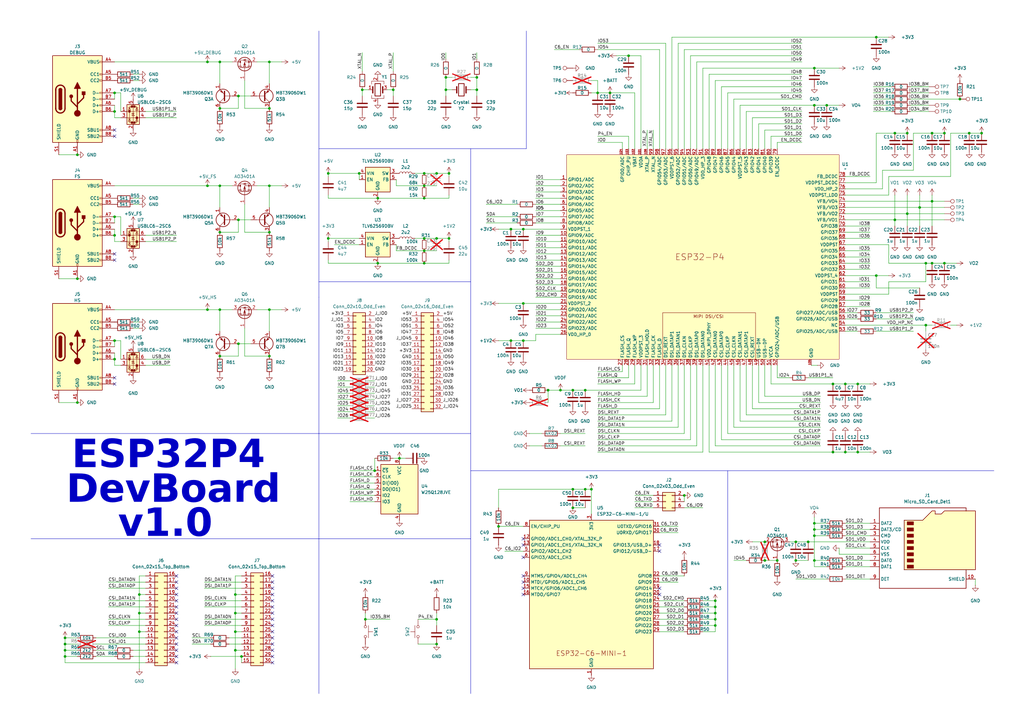
<source format=kicad_sch>
(kicad_sch (version 20231120) (generator "eeschema") (generator_version "8.0")
  (paper "A3")
  (junction (at 351.79 185.42))
  (junction (at 367.03 90.17))
  (junction (at 134.62 97.79))
  (junction (at 372.11 87.63))
  (junction (at 341.63 185.42))
  (junction (at 179.07 97.79))
  (junction (at 110.49 146.05))
  (junction (at 179.07 254))
  (junction (at 184.15 97.79))
  (junction (at 334.01 229.87))
  (junction (at 334.01 219.71))
  (junction (at 173.99 97.79))
  (junction (at 224.79 160.02))
  (junction (at 46.99 45.72))
  (junction (at 96.52 243.84))
  (junction (at 334.01 27.94))
  (junction (at 382.27 54.61))
  (junction (at 173.99 71.12))
  (junction (at 96.52 266.7))
  (junction (at 339.09 43.18))
  (junction (at 313.69 222.25))
  (junction (at 31.75 114.3))
  (junction (at 57.15 243.84))
  (junction (at 179.07 71.12))
  (junction (at 154.94 107.95))
  (junction (at 195.58 36.83))
  (junction (at 173.99 107.95))
  (junction (at 346.71 185.42))
  (junction (at 209.55 139.7))
  (junction (at 229.87 160.02))
  (junction (at 96.52 251.46))
  (junction (at 85.09 76.2))
  (junction (at 214.63 139.7))
  (junction (at 90.17 146.05))
  (junction (at 257.81 22.86))
  (junction (at 134.62 71.12))
  (junction (at 234.95 160.02))
  (junction (at 402.59 54.61))
  (junction (at 351.79 157.48))
  (junction (at 90.17 127))
  (junction (at 85.09 25.4))
  (junction (at 245.11 38.1))
  (junction (at 46.99 147.32))
  (junction (at 377.19 85.09))
  (junction (at 99.06 269.24))
  (junction (at 240.03 160.02))
  (junction (at 182.88 36.83))
  (junction (at 161.29 36.83))
  (junction (at 240.03 200.66))
  (junction (at 387.35 107.95))
  (junction (at 326.39 222.25))
  (junction (at 397.51 54.61))
  (junction (at 147.32 71.12))
  (junction (at 382.27 82.55))
  (junction (at 280.67 203.2))
  (junction (at 173.99 102.87))
  (junction (at 214.63 124.46))
  (junction (at 293.37 254))
  (junction (at 393.7 40.64))
  (junction (at 313.69 229.87))
  (junction (at 31.75 165.1))
  (junction (at 110.49 127))
  (junction (at 234.95 200.66))
  (junction (at 359.41 15.24))
  (junction (at 184.15 71.12))
  (junction (at 149.86 254))
  (junction (at 195.58 31.75))
  (junction (at 31.75 63.5))
  (junction (at 359.41 113.03))
  (junction (at 26.67 264.16))
  (junction (at 293.37 251.46))
  (junction (at 234.95 208.28))
  (junction (at 46.99 38.1))
  (junction (at 90.17 76.2))
  (junction (at 90.17 95.25))
  (junction (at 26.67 261.62))
  (junction (at 334.01 214.63))
  (junction (at 57.15 259.08))
  (junction (at 334.01 217.17))
  (junction (at 379.73 133.35))
  (junction (at 85.09 127))
  (junction (at 387.35 54.61))
  (junction (at 293.37 248.92))
  (junction (at 382.27 107.95))
  (junction (at 153.67 193.04))
  (junction (at 46.99 88.9))
  (junction (at 46.99 139.7))
  (junction (at 334.01 43.18))
  (junction (at 46.99 96.52))
  (junction (at 154.94 81.28))
  (junction (at 110.49 25.4))
  (junction (at 372.11 54.61))
  (junction (at 90.17 44.45))
  (junction (at 293.37 256.54))
  (junction (at 163.83 187.96))
  (junction (at 204.47 215.9))
  (junction (at 341.63 157.48))
  (junction (at 326.39 229.87))
  (junction (at 209.55 93.98))
  (junction (at 173.99 76.2))
  (junction (at 379.73 107.95))
  (junction (at 179.07 264.16))
  (junction (at 318.77 229.87))
  (junction (at 97.79 39.37))
  (junction (at 182.88 31.75))
  (junction (at 346.71 157.48))
  (junction (at 97.79 90.17))
  (junction (at 26.67 266.7))
  (junction (at 110.49 44.45))
  (junction (at 96.52 259.08))
  (junction (at 110.49 95.25))
  (junction (at 242.57 200.66))
  (junction (at 214.63 93.98))
  (junction (at 26.67 269.24))
  (junction (at 57.15 251.46))
  (junction (at 331.47 222.25))
  (junction (at 293.37 246.38))
  (junction (at 173.99 81.28))
  (junction (at 250.19 38.1))
  (junction (at 110.49 76.2))
  (junction (at 97.79 140.97))
  (junction (at 367.03 54.61))
  (junction (at 90.17 25.4))
  (junction (at 148.59 36.83))
  (no_connect (at 214.63 241.3))
  (no_connect (at 72.39 269.24))
  (no_connect (at 111.76 241.3))
  (no_connect (at 214.63 238.76))
  (no_connect (at 111.76 266.7))
  (no_connect (at 111.76 243.84))
  (no_connect (at 46.99 55.88))
  (no_connect (at 111.76 238.76))
  (no_connect (at 72.39 264.16))
  (no_connect (at 214.63 223.52))
  (no_connect (at 72.39 271.78))
  (no_connect (at 72.39 251.46))
  (no_connect (at 111.76 269.24))
  (no_connect (at 111.76 271.78))
  (no_connect (at 270.51 223.52))
  (no_connect (at 46.99 104.14))
  (no_connect (at 111.76 264.16))
  (no_connect (at 72.39 241.3))
  (no_connect (at 46.99 154.94))
  (no_connect (at 72.39 259.08))
  (no_connect (at 46.99 53.34))
  (no_connect (at 72.39 256.54))
  (no_connect (at 270.51 243.84))
  (no_connect (at 46.99 106.68))
  (no_connect (at 111.76 246.38))
  (no_connect (at 72.39 236.22))
  (no_connect (at 72.39 261.62))
  (no_connect (at 111.76 254))
  (no_connect (at 270.51 226.06))
  (no_connect (at 214.63 220.98))
  (no_connect (at 72.39 254))
  (no_connect (at 111.76 236.22))
  (no_connect (at 270.51 241.3))
  (no_connect (at 46.99 157.48))
  (no_connect (at 214.63 236.22))
  (no_connect (at 72.39 266.7))
  (no_connect (at 72.39 246.38))
  (no_connect (at 111.76 248.92))
  (no_connect (at 111.76 261.62))
  (no_connect (at 214.63 243.84))
  (no_connect (at 111.76 259.08))
  (no_connect (at 72.39 248.92))
  (no_connect (at 111.76 256.54))
  (no_connect (at 72.39 243.84))
  (no_connect (at 111.76 251.46))
  (no_connect (at 214.63 228.6))
  (no_connect (at 72.39 238.76))
  (wire (pts (xy 90.17 95.25) (xy 97.79 95.25)))
  (wire (pts (xy 138.43 161.29) (xy 143.51 161.29)))
  (wire (pts (xy 288.29 149.86) (xy 288.29 185.42)))
  (wire (pts (xy 59.69 149.86) (xy 69.85 149.86)))
  (wire (pts (xy 245.11 172.72) (xy 275.59 172.72)))
  (wire (pts (xy 372.11 87.63) (xy 372.11 92.71)))
  (wire (pts (xy 313.69 162.56) (xy 336.55 162.56)))
  (wire (pts (xy 346.71 224.79) (xy 356.87 224.79)))
  (wire (pts (xy 173.99 97.79) (xy 179.07 97.79)))
  (wire (pts (xy 364.49 107.95) (xy 364.49 100.33)))
  (wire (pts (xy 306.07 170.18) (xy 336.55 170.18)))
  (wire (pts (xy 346.71 95.25) (xy 356.87 95.25)))
  (wire (pts (xy 316.23 157.48) (xy 341.63 157.48)))
  (wire (pts (xy 346.71 105.41) (xy 356.87 105.41)))
  (wire (pts (xy 151.13 161.29) (xy 153.67 161.29)))
  (wire (pts (xy 134.62 72.39) (xy 134.62 71.12)))
  (wire (pts (xy 245.11 182.88) (xy 285.75 182.88)))
  (wire (pts (xy 54.61 134.62) (xy 57.15 134.62)))
  (wire (pts (xy 242.57 200.66) (xy 242.57 210.82)))
  (wire (pts (xy 49.53 139.7) (xy 46.99 139.7)))
  (wire (pts (xy 278.13 60.96) (xy 278.13 17.78)))
  (wire (pts (xy 219.71 86.36) (xy 229.87 86.36)))
  (wire (pts (xy 31.75 269.24) (xy 26.67 269.24)))
  (wire (pts (xy 242.57 33.02) (xy 245.11 33.02)))
  (wire (pts (xy 44.45 246.38) (xy 59.69 246.38)))
  (wire (pts (xy 316.23 149.86) (xy 316.23 157.48)))
  (wire (pts (xy 90.17 76.2) (xy 95.25 76.2)))
  (wire (pts (xy 245.11 180.34) (xy 283.21 180.34)))
  (wire (pts (xy 293.37 248.92) (xy 293.37 246.38)))
  (wire (pts (xy 93.98 261.62) (xy 99.06 261.62)))
  (wire (pts (xy 364.49 115.57) (xy 379.73 115.57)))
  (wire (pts (xy 339.09 232.41) (xy 334.01 232.41)))
  (wire (pts (xy 219.71 88.9) (xy 229.87 88.9)))
  (wire (pts (xy 173.99 81.28) (xy 154.94 81.28)))
  (wire (pts (xy 97.79 39.37) (xy 97.79 44.45)))
  (wire (pts (xy 257.81 60.96) (xy 257.81 55.88)))
  (wire (pts (xy 240.03 200.66) (xy 242.57 200.66)))
  (wire (pts (xy 182.88 31.75) (xy 185.42 31.75)))
  (wire (pts (xy 311.15 165.1) (xy 336.55 165.1)))
  (wire (pts (xy 100.33 146.05) (xy 110.49 146.05)))
  (wire (pts (xy 389.89 54.61) (xy 389.89 72.39)))
  (wire (pts (xy 110.49 25.4) (xy 115.57 25.4)))
  (wire (pts (xy 278.13 17.78) (xy 328.93 17.78)))
  (wire (pts (xy 318.77 149.86) (xy 318.77 154.94)))
  (wire (pts (xy 143.51 200.66) (xy 153.67 200.66)))
  (wire (pts (xy 78.74 264.16) (xy 86.36 264.16)))
  (wire (pts (xy 306.07 149.86) (xy 306.07 170.18)))
  (wire (pts (xy 59.69 271.78) (xy 26.67 271.78)))
  (wire (pts (xy 199.39 91.44) (xy 212.09 91.44)))
  (wire (pts (xy 359.41 118.11) (xy 377.19 118.11)))
  (wire (pts (xy 280.67 149.86) (xy 280.67 177.8)))
  (wire (pts (xy 100.33 134.62) (xy 100.33 146.05)))
  (wire (pts (xy 346.71 113.03) (xy 359.41 113.03)))
  (wire (pts (xy 138.43 163.83) (xy 143.51 163.83)))
  (wire (pts (xy 229.87 137.16) (xy 219.71 137.16)))
  (wire (pts (xy 318.77 60.96) (xy 318.77 58.42)))
  (wire (pts (xy 96.52 236.22) (xy 96.52 243.84)))
  (wire (pts (xy 262.89 60.96) (xy 262.89 22.86)))
  (wire (pts (xy 219.71 76.2) (xy 229.87 76.2)))
  (wire (pts (xy 105.41 127) (xy 110.49 127)))
  (wire (pts (xy 377.19 85.09) (xy 387.35 85.09)))
  (polyline (pts (xy 193.04 115.57) (xy 193.04 193.04)))
  (wire (pts (xy 288.29 254) (xy 293.37 254)))
  (wire (pts (xy 195.58 36.83) (xy 195.58 39.37)))
  (wire (pts (xy 217.17 182.88) (xy 222.25 182.88)))
  (wire (pts (xy 267.97 149.86) (xy 267.97 165.1)))
  (wire (pts (xy 387.35 107.95) (xy 392.43 107.95)))
  (wire (pts (xy 204.47 93.98) (xy 209.55 93.98)))
  (wire (pts (xy 293.37 254) (xy 293.37 251.46)))
  (wire (pts (xy 57.15 259.08) (xy 57.15 251.46)))
  (wire (pts (xy 90.17 25.4) (xy 95.25 25.4)))
  (wire (pts (xy 334.01 214.63) (xy 339.09 214.63)))
  (wire (pts (xy 83.82 246.38) (xy 99.06 246.38)))
  (polyline (pts (xy 215.9 12.7) (xy 215.9 60.96)))
  (wire (pts (xy 323.85 222.25) (xy 326.39 222.25)))
  (wire (pts (xy 44.45 254) (xy 59.69 254)))
  (wire (pts (xy 255.27 60.96) (xy 255.27 58.42)))
  (wire (pts (xy 85.09 127) (xy 90.17 127)))
  (wire (pts (xy 346.71 74.93) (xy 359.41 74.93)))
  (wire (pts (xy 182.88 31.75) (xy 182.88 36.83)))
  (wire (pts (xy 149.86 254) (xy 149.86 251.46)))
  (wire (pts (xy 379.73 107.95) (xy 364.49 107.95)))
  (wire (pts (xy 250.19 38.1) (xy 245.11 38.1)))
  (wire (pts (xy 90.17 44.45) (xy 97.79 44.45)))
  (wire (pts (xy 346.71 77.47) (xy 361.95 77.47)))
  (wire (pts (xy 173.99 71.12) (xy 170.18 71.12)))
  (wire (pts (xy 134.62 71.12) (xy 147.32 71.12)))
  (wire (pts (xy 240.03 160.02) (xy 262.89 160.02)))
  (wire (pts (xy 275.59 60.96) (xy 275.59 15.24)))
  (wire (pts (xy 346.71 97.79) (xy 356.87 97.79)))
  (wire (pts (xy 219.71 104.14) (xy 229.87 104.14)))
  (wire (pts (xy 359.41 130.81) (xy 374.65 130.81)))
  (wire (pts (xy 219.71 121.92) (xy 229.87 121.92)))
  (wire (pts (xy 173.99 76.2) (xy 179.07 76.2)))
  (wire (pts (xy 245.11 165.1) (xy 267.97 165.1)))
  (wire (pts (xy 382.27 54.61) (xy 374.65 54.61)))
  (wire (pts (xy 199.39 83.82) (xy 212.09 83.82)))
  (wire (pts (xy 193.04 36.83) (xy 195.58 36.83)))
  (wire (pts (xy 85.09 25.4) (xy 46.99 25.4)))
  (wire (pts (xy 283.21 149.86) (xy 283.21 180.34)))
  (wire (pts (xy 300.99 149.86) (xy 300.99 175.26)))
  (wire (pts (xy 90.17 146.05) (xy 97.79 146.05)))
  (wire (pts (xy 59.69 251.46) (xy 57.15 251.46)))
  (polyline (pts (xy 130.81 60.96) (xy 215.9 60.96)))
  (wire (pts (xy 39.37 269.24) (xy 46.99 269.24)))
  (polyline (pts (xy 193.04 60.96) (xy 193.04 115.57)))
  (wire (pts (xy 306.07 60.96) (xy 306.07 45.72)))
  (wire (pts (xy 341.63 185.42) (xy 346.71 185.42)))
  (wire (pts (xy 351.79 135.89) (xy 346.71 135.89)))
  (wire (pts (xy 100.33 44.45) (xy 110.49 44.45)))
  (wire (pts (xy 382.27 80.01) (xy 382.27 82.55)))
  (wire (pts (xy 90.17 85.09) (xy 90.17 76.2)))
  (wire (pts (xy 105.41 76.2) (xy 110.49 76.2)))
  (wire (pts (xy 358.14 40.64) (xy 365.76 40.64)))
  (wire (pts (xy 96.52 243.84) (xy 99.06 243.84)))
  (wire (pts (xy 245.11 58.42) (xy 255.27 58.42)))
  (wire (pts (xy 184.15 99.06) (xy 184.15 97.79)))
  (wire (pts (xy 184.15 80.01) (xy 184.15 81.28)))
  (wire (pts (xy 26.67 264.16) (xy 31.75 264.16)))
  (wire (pts (xy 99.06 259.08) (xy 96.52 259.08)))
  (wire (pts (xy 148.59 21.59) (xy 148.59 29.21)))
  (wire (pts (xy 134.62 106.68) (xy 134.62 107.95)))
  (wire (pts (xy 377.19 85.09) (xy 377.19 92.71)))
  (wire (pts (xy 267.97 208.28) (xy 260.35 208.28)))
  (wire (pts (xy 293.37 33.02) (xy 328.93 33.02)))
  (wire (pts (xy 219.71 83.82) (xy 229.87 83.82)))
  (wire (pts (xy 44.45 248.92) (xy 59.69 248.92)))
  (wire (pts (xy 219.71 116.84) (xy 229.87 116.84)))
  (wire (pts (xy 364.49 113.03) (xy 359.41 113.03)))
  (wire (pts (xy 195.58 31.75) (xy 195.58 36.83)))
  (wire (pts (xy 300.99 40.64) (xy 328.93 40.64)))
  (wire (pts (xy 285.75 60.96) (xy 285.75 25.4)))
  (wire (pts (xy 351.79 130.81) (xy 346.71 130.81)))
  (wire (pts (xy 179.07 97.79) (xy 184.15 97.79)))
  (wire (pts (xy 227.33 20.32) (xy 237.49 20.32)))
  (wire (pts (xy 331.47 222.25) (xy 356.87 222.25)))
  (wire (pts (xy 346.71 82.55) (xy 382.27 82.55)))
  (wire (pts (xy 313.69 149.86) (xy 313.69 162.56)))
  (wire (pts (xy 219.71 119.38) (xy 229.87 119.38)))
  (wire (pts (xy 46.99 88.9) (xy 46.99 91.44)))
  (wire (pts (xy 273.05 149.86) (xy 273.05 170.18)))
  (wire (pts (xy 334.01 217.17) (xy 334.01 219.71)))
  (wire (pts (xy 138.43 166.37) (xy 143.51 166.37)))
  (polyline (pts (xy 193.04 115.57) (xy 130.81 115.57)))
  (wire (pts (xy 229.87 160.02) (xy 234.95 160.02)))
  (wire (pts (xy 219.71 109.22) (xy 229.87 109.22)))
  (wire (pts (xy 229.87 182.88) (xy 240.03 182.88)))
  (wire (pts (xy 245.11 177.8) (xy 280.67 177.8)))
  (wire (pts (xy 346.71 219.71) (xy 356.87 219.71)))
  (wire (pts (xy 358.14 38.1) (xy 365.76 38.1)))
  (wire (pts (xy 339.09 43.18) (xy 344.17 43.18)))
  (wire (pts (xy 234.95 200.66) (xy 240.03 200.66)))
  (wire (pts (xy 179.07 71.12) (xy 184.15 71.12)))
  (wire (pts (xy 161.29 187.96) (xy 163.83 187.96)))
  (wire (pts (xy 173.99 76.2) (xy 162.56 76.2)))
  (polyline (pts (xy 130.81 177.8) (xy 130.81 220.98)))
  (wire (pts (xy 367.03 80.01) (xy 367.03 90.17)))
  (wire (pts (xy 110.49 76.2) (xy 115.57 76.2)))
  (wire (pts (xy 351.79 128.27) (xy 346.71 128.27)))
  (wire (pts (xy 59.69 259.08) (xy 57.15 259.08)))
  (wire (pts (xy 158.75 36.83) (xy 161.29 36.83)))
  (wire (pts (xy 285.75 149.86) (xy 285.75 182.88)))
  (wire (pts (xy 245.11 167.64) (xy 270.51 167.64)))
  (wire (pts (xy 280.67 20.32) (xy 328.93 20.32)))
  (wire (pts (xy 85.09 76.2) (xy 90.17 76.2)))
  (wire (pts (xy 173.99 71.12) (xy 179.07 71.12)))
  (wire (pts (xy 267.97 53.34) (xy 267.97 60.96)))
  (wire (pts (xy 224.79 160.02) (xy 229.87 160.02)))
  (wire (pts (xy 316.23 60.96) (xy 316.23 55.88)))
  (wire (pts (xy 153.67 163.83) (xy 151.13 163.83)))
  (wire (pts (xy 182.88 36.83) (xy 182.88 39.37)))
  (wire (pts (xy 134.62 80.01) (xy 134.62 81.28)))
  (wire (pts (xy 293.37 60.96) (xy 293.37 33.02)))
  (wire (pts (xy 184.15 72.39) (xy 184.15 71.12)))
  (wire (pts (xy 46.99 48.26) (xy 46.99 45.72)))
  (wire (pts (xy 381 43.18) (xy 373.38 43.18)))
  (wire (pts (xy 83.82 248.92) (xy 99.06 248.92)))
  (wire (pts (xy 295.91 180.34) (xy 336.55 180.34)))
  (wire (pts (xy 90.17 34.29) (xy 90.17 25.4)))
  (wire (pts (xy 46.99 144.78) (xy 46.99 147.32)))
  (wire (pts (xy 346.71 133.35) (xy 379.73 133.35)))
  (wire (pts (xy 270.51 254) (xy 280.67 254)))
  (wire (pts (xy 346.71 115.57) (xy 356.87 115.57)))
  (wire (pts (xy 110.49 25.4) (xy 110.49 34.29)))
  (wire (pts (xy 90.17 127) (xy 95.25 127)))
  (wire (pts (xy 245.11 175.26) (xy 278.13 175.26)))
  (wire (pts (xy 283.21 22.86) (xy 328.93 22.86)))
  (wire (pts (xy 219.71 81.28) (xy 229.87 81.28)))
  (wire (pts (xy 270.51 215.9) (xy 278.13 215.9)))
  (wire (pts (xy 224.79 165.1) (xy 224.79 160.02)))
  (wire (pts (xy 49.53 38.1) (xy 46.99 38.1)))
  (wire (pts (xy 331.47 154.94) (xy 341.63 154.94)))
  (wire (pts (xy 207.01 226.06) (xy 214.63 226.06)))
  (wire (pts (xy 293.37 259.08) (xy 293.37 256.54)))
  (wire (pts (xy 153.67 156.21) (xy 151.13 156.21)))
  (wire (pts (xy 389.89 72.39) (xy 364.49 72.39)))
  (wire (pts (xy 379.73 107.95) (xy 379.73 115.57)))
  (polyline (pts (xy 130.81 121.92) (xy 130.81 177.8)))
  (wire (pts (xy 214.63 139.7) (xy 219.71 139.7)))
  (wire (pts (xy 83.82 241.3) (xy 99.06 241.3)))
  (wire (pts (xy 83.82 256.54) (xy 99.06 256.54)))
  (wire (pts (xy 99.06 251.46) (xy 96.52 251.46)))
  (wire (pts (xy 229.87 177.8) (xy 240.03 177.8)))
  (wire (pts (xy 298.45 38.1) (xy 328.93 38.1)))
  (wire (pts (xy 134.62 107.95) (xy 154.94 107.95)))
  (wire (pts (xy 234.95 200.66) (xy 204.47 200.66)))
  (wire (pts (xy 96.52 266.7) (xy 96.52 274.32)))
  (wire (pts (xy 57.15 259.08) (xy 57.15 274.32)))
  (wire (pts (xy 110.49 127) (xy 110.49 135.89)))
  (wire (pts (xy 293.37 149.86) (xy 293.37 182.88)))
  (wire (pts (xy 143.51 193.04) (xy 153.67 193.04)))
  (wire (pts (xy 288.29 246.38) (xy 293.37 246.38)))
  (wire (pts (xy 234.95 208.28) (xy 240.03 208.28)))
  (wire (pts (xy 204.47 139.7) (xy 209.55 139.7)))
  (polyline (pts (xy 193.04 193.04) (xy 407.67 193.04)))
  (wire (pts (xy 387.35 107.95) (xy 382.27 107.95)))
  (wire (pts (xy 219.71 129.54) (xy 229.87 129.54)))
  (wire (pts (xy 49.53 96.52) (xy 49.53 88.9)))
  (wire (pts (xy 153.67 168.91) (xy 151.13 168.91)))
  (wire (pts (xy 171.45 254) (xy 179.07 254)))
  (wire (pts (xy 54.61 81.28) (xy 57.15 81.28)))
  (wire (pts (xy 173.99 107.95) (xy 154.94 107.95)))
  (wire (pts (xy 179.07 254) (xy 179.07 256.54)))
  (wire (pts (xy 54.61 269.24) (xy 59.69 269.24)))
  (wire (pts (xy 346.71 87.63) (xy 372.11 87.63)))
  (wire (pts (xy 39.37 266.7) (xy 46.99 266.7)))
  (wire (pts (xy 59.69 45.72) (xy 72.39 45.72)))
  (wire (pts (xy 260.35 60.96) (xy 260.35 38.1)))
  (polyline (pts (xy 12.7 220.98) (xy 130.81 220.98)))
  (wire (pts (xy 358.14 45.72) (xy 365.76 45.72)))
  (wire (pts (xy 162.56 76.2) (xy 162.56 73.66)))
  (wire (pts (xy 334.01 217.17) (xy 339.09 217.17)))
  (wire (pts (xy 293.37 251.46) (xy 293.37 248.92)))
  (wire (pts (xy 96.52 251.46) (xy 96.52 243.84)))
  (wire (pts (xy 364.49 120.65) (xy 364.49 115.57)))
  (wire (pts (xy 346.71 237.49) (xy 356.87 237.49)))
  (wire (pts (xy 49.53 99.06) (xy 46.99 99.06)))
  (wire (pts (xy 334.01 214.63) (xy 334.01 217.17)))
  (wire (pts (xy 100.33 83.82) (xy 100.33 95.25)))
  (wire (pts (xy 46.99 127) (xy 85.09 127)))
  (wire (pts (xy 100.33 95.25) (xy 110.49 95.25)))
  (wire (pts (xy 86.36 269.24) (xy 99.06 269.24)))
  (wire (pts (xy 54.61 266.7) (xy 59.69 266.7)))
  (polyline (pts (xy 12.7 177.8) (xy 130.81 177.8)))
  (wire (pts (xy 313.69 53.34) (xy 328.93 53.34)))
  (wire (pts (xy 334.01 229.87) (xy 334.01 232.41)))
  (wire (pts (xy 59.69 99.06) (xy 72.39 99.06)))
  (wire (pts (xy 143.51 203.2) (xy 153.67 203.2)))
  (wire (pts (xy 173.99 102.87) (xy 179.07 102.87)))
  (wire (pts (xy 374.65 54.61) (xy 374.65 69.85)))
  (wire (pts (xy 361.95 77.47) (xy 361.95 69.85)))
  (wire (pts (xy 346.71 157.48) (xy 351.79 157.48)))
  (wire (pts (xy 334.01 27.94) (xy 344.17 27.94)))
  (wire (pts (xy 138.43 158.75) (xy 143.51 158.75)))
  (wire (pts (xy 298.45 177.8) (xy 336.55 177.8)))
  (wire (pts (xy 372.11 87.63) (xy 387.35 87.63)))
  (wire (pts (xy 59.69 236.22) (xy 57.15 236.22)))
  (wire (pts (xy 308.61 60.96) (xy 308.61 48.26)))
  (wire (pts (xy 290.83 30.48) (xy 328.93 30.48)))
  (wire (pts (xy 134.62 99.06) (xy 134.62 97.79)))
  (wire (pts (xy 204.47 200.66) (xy 204.47 208.28)))
  (wire (pts (xy 161.29 21.59) (xy 161.29 29.21)))
  (wire (pts (xy 148.59 36.83) (xy 148.59 39.37)))
  (wire (pts (xy 346.71 85.09) (xy 377.19 85.09)))
  (wire (pts (xy 214.63 93.98) (xy 229.87 93.98)))
  (wire (pts (xy 270.51 218.44) (xy 278.13 218.44)))
  (wire (pts (xy 245.11 154.94) (xy 257.81 154.94)))
  (wire (pts (xy 143.51 205.74) (xy 153.67 205.74)))
  (wire (pts (xy 382.27 82.55) (xy 382.27 92.71)))
  (polyline (pts (xy 130.81 12.7) (xy 130.81 121.92)))
  (wire (pts (xy 49.53 88.9) (xy 46.99 88.9)))
  (wire (pts (xy 72.39 48.26) (xy 59.69 48.26)))
  (wire (pts (xy 255.27 149.86) (xy 255.27 152.4)))
  (wire (pts (xy 270.51 149.86) (xy 270.51 167.64)))
  (wire (pts (xy 54.61 30.48) (xy 57.15 30.48)))
  (wire (pts (xy 270.51 60.96) (xy 270.51 20.32)))
  (wire (pts (xy 219.71 106.68) (xy 229.87 106.68)))
  (wire (pts (xy 303.53 172.72) (xy 336.55 172.72)))
  (wire (pts (xy 356.87 157.48) (xy 351.79 157.48)))
  (wire (pts (xy 298.45 149.86) (xy 298.45 177.8)))
  (polyline (pts (xy 193.04 220.98) (xy 193.04 284.48)))
  (wire (pts (xy 290.83 185.42) (xy 341.63 185.42)))
  (wire (pts (xy 85.09 25.4) (xy 90.17 25.4)))
  (wire (pts (xy 270.51 246.38) (xy 280.67 246.38)))
  (wire (pts (xy 346.71 217.17) (xy 356.87 217.17)))
  (wire (pts (xy 184.15 106.68) (xy 184.15 107.95)))
  (wire (pts (xy 54.61 83.82) (xy 57.15 83.82)))
  (wire (pts (xy 293.37 256.54) (xy 293.37 254)))
  (wire (pts (xy 83.82 254) (xy 99.06 254)))
  (wire (pts (xy 262.89 149.86) (xy 262.89 160.02)))
  (wire (pts (xy 245.11 157.48) (xy 260.35 157.48)))
  (wire (pts (xy 217.17 177.8) (xy 222.25 177.8)))
  (wire (pts (xy 346.71 110.49) (xy 356.87 110.49)))
  (wire (pts (xy 270.51 238.76) (xy 278.13 238.76)))
  (wire (pts (xy 265.43 149.86) (xy 265.43 162.56)))
  (wire (pts (xy 364.49 72.39) (xy 364.49 80.01)))
  (polyline (pts (xy 130.81 220.98) (xy 193.04 220.98)))
  (wire (pts (xy 300.99 229.87) (xy 306.07 229.87)))
  (wire (pts (xy 326.39 237.49) (xy 339.09 237.49)))
  (wire (pts (xy 138.43 156.21) (xy 143.51 156.21)))
  (wire (pts (xy 219.71 78.74) (xy 229.87 78.74)))
  (wire (pts (xy 346.71 90.17) (xy 367.03 90.17)))
  (wire (pts (xy 26.67 261.62) (xy 26.67 264.16)))
  (wire (pts (xy 97.79 140.97) (xy 97.79 146.05)))
  (wire (pts (xy 182.88 21.59) (xy 182.88 24.13)))
  (wire (pts (xy 143.51 195.58) (xy 153.67 195.58)))
  (wire (pts (xy 31.75 266.7) (xy 26.67 266.7)))
  (polyline (pts (xy 298.45 193.04) (xy 298.45 284.48)))
  (wire (pts (xy 359.41 54.61) (xy 367.03 54.61)))
  (wire (pts (xy 308.61 48.26) (xy 328.93 48.26)))
  (wire (pts (xy 283.21 60.96) (xy 283.21 22.86)))
  (wire (pts (xy 344.17 227.33) (xy 344.17 224.79)))
  (wire (pts (xy 358.14 35.56) (xy 365.76 35.56)))
  (wire (pts (xy 199.39 88.9) (xy 212.09 88.9)))
  (wire (pts (xy 26.67 261.62) (xy 31.75 261.62)))
  (wire (pts (xy 219.71 132.08) (xy 229.87 132.08)))
  (wire (pts (xy 303.53 43.18) (xy 334.01 43.18)))
  (wire (pts (xy 245.11 38.1) (xy 245.11 33.02)))
  (wire (pts (xy 138.43 168.91) (xy 143.51 168.91)))
  (wire (pts (xy 102.87 90.17) (xy 97.79 90.17)))
  (wire (pts (xy 90.17 135.89) (xy 90.17 127)))
  (wire (pts (xy 308.61 167.64) (xy 336.55 167.64)))
  (wire (pts (xy 105.41 25.4) (xy 110.49 25.4)))
  (wire (pts (xy 257.81 22.86) (xy 262.89 22.86)))
  (wire (pts (xy 245.11 152.4) (xy 255.27 152.4)))
  (wire (pts (xy 346.71 102.87) (xy 356.87 102.87)))
  (wire (pts (xy 316.23 55.88) (xy 328.93 55.88)))
  (wire (pts (xy 252.73 22.86) (xy 257.81 22.86)))
  (wire (pts (xy 275.59 149.86) (xy 275.59 172.72)))
  (wire (pts (xy 341.63 157.48) (xy 346.71 157.48)))
  (wire (pts (xy 346.71 123.19) (xy 356.87 123.19)))
  (wire (pts (xy 257.81 55.88) (xy 245.11 55.88)))
  (wire (pts (xy 44.45 256.54) (xy 59.69 256.54)))
  (wire (pts (xy 364.49 80.01) (xy 346.71 80.01)))
  (wire (pts (xy 96.52 259.08) (xy 96.52 266.7)))
  (wire (pts (xy 219.71 96.52) (xy 229.87 96.52)))
  (wire (pts (xy 59.69 147.32) (xy 69.85 147.32)))
  (wire (pts (xy 303.53 149.86) (xy 303.53 172.72)))
  (wire (pts (xy 346.71 214.63) (xy 356.87 214.63)))
  (wire (pts (xy 78.74 261.62) (xy 86.36 261.62)))
  (wire (pts (xy 209.55 139.7) (xy 214.63 139.7)))
  (wire (pts (xy 26.67 271.78) (xy 26.67 269.24)))
  (wire (pts (xy 288.29 251.46) (xy 293.37 251.46)))
  (polyline (pts (xy 130.81 177.8) (xy 193.04 177.8)))
  (polyline (pts (xy 193.04 220.98) (xy 193.04 193.04)))
  (wire (pts (xy 288.29 27.94) (xy 334.01 27.94)))
  (wire (pts (xy 367.03 90.17) (xy 387.35 90.17)))
  (wire (pts (xy 346.71 120.65) (xy 364.49 120.65)))
  (wire (pts (xy 209.55 93.98) (xy 214.63 93.98)))
  (wire (pts (xy 326.39 222.25) (xy 331.47 222.25)))
  (wire (pts (xy 293.37 182.88) (xy 336.55 182.88)))
  (wire (pts (xy 346.71 185.42) (xy 351.79 185.42)))
  (wire (pts (xy 204.47 215.9) (xy 214.63 215.9)))
  (wire (pts (xy 151.13 36.83) (xy 148.59 36.83)))
  (wire (pts (xy 46.99 149.86) (xy 46.99 147.32)))
  (wire (pts (xy 278.13 149.86) (xy 278.13 175.26)))
  (wire (pts (xy 245.11 17.78) (xy 273.05 17.78)))
  (wire (pts (xy 219.71 137.16) (xy 219.71 139.7)))
  (wire (pts (xy 57.15 243.84) (xy 59.69 243.84)))
  (wire (pts (xy 387.35 54.61) (xy 382.27 54.61)))
  (wire (pts (xy 99.06 269.24) (xy 99.06 271.78)))
  (wire (pts (xy 59.69 96.52) (xy 72.39 96.52)))
  (wire (pts (xy 359.41 113.03) (xy 359.41 118.11)))
  (wire (pts (xy 260.35 149.86) (xy 260.35 157.48)))
  (wire (pts (xy 400.05 237.49) (xy 400.05 240.03)))
  (wire (pts (xy 270.51 248.92) (xy 280.67 248.92)))
  (wire (pts (xy 245.11 20.32) (xy 270.51 20.32)))
  (wire (pts (xy 219.71 111.76) (xy 229.87 111.76)))
  (wire (pts (xy 379.73 133.35) (xy 379.73 135.89)))
  (wire (pts (xy 24.13 63.5) (xy 31.75 63.5)))
  (wire (pts (xy 346.71 118.11) (xy 356.87 118.11)))
  (wire (pts (xy 311.15 60.96) (xy 311.15 50.8)))
  (wire (pts (xy 49.53 147.32) (xy 49.53 139.7)))
  (wire (pts (xy 153.67 187.96) (xy 153.67 193.04)))
  (wire (pts (xy 44.45 238.76) (xy 59.69 238.76)))
  (wire (pts (xy 234.95 160.02) (xy 240.03 160.02)))
  (wire (pts (xy 359.41 74.93) (xy 359.41 54.61)))
  (wire (pts (xy 49.53 149.86) (xy 46.99 149.86)))
  (wire (pts (xy 346.71 107.95) (xy 356.87 107.95)))
  (wire (pts (xy 151.13 158.75) (xy 153.67 158.75)))
  (wire (pts (xy 346.71 125.73) (xy 356.87 125.73)))
  (wire (pts (xy 356.87 227.33) (xy 344.17 227.33)))
  (wire (pts (xy 39.37 264.16) (xy 59.69 264.16)))
  (wire (pts (xy 346.71 232.41) (xy 356.87 232.41)))
  (wire (pts (xy 134.62 97.79) (xy 147.32 97.79)))
  (wire (pts (xy 359.41 135.89) (xy 374.65 135.89)))
  (wire (pts (xy 273.05 60.96) (xy 273.05 17.78)))
  (wire (pts (xy 219.71 99.06) (xy 229.87 99.06)))
  (wire (pts (xy 318.77 154.94) (xy 323.85 154.94)))
  (wire (pts (xy 179.07 251.46) (xy 179.07 254)))
  (wire (pts (xy 102.87 39.37) (xy 97.79 39.37)))
  (wire (pts (xy 110.49 76.2) (xy 110.49 85.09)))
  (wire (pts (xy 270.51 256.54) (xy 280.67 256.54)))
  (wire (pts (xy 392.43 133.35) (xy 389.89 133.35)))
  (wire (pts (xy 311.15 149.86) (xy 311.15 165.1)))
  (wire (pts (xy 193.04 31.75) (xy 195.58 31.75)))
  (wire (pts (xy 97.79 90.17) (xy 97.79 95.25)))
  (wire (pts (xy 295.91 149.86) (xy 295.91 180.34)))
  (wire (pts (xy 46.99 76.2) (xy 85.09 76.2)))
  (wire (pts (xy 358.14 43.18) (xy 365.76 43.18)))
  (wire (pts (xy 265.43 53.34) (xy 265.43 60.96)))
  (wire (pts (xy 334.01 212.09) (xy 334.01 214.63)))
  (wire (pts (xy 24.13 165.1) (xy 31.75 165.1)))
  (wire (pts (xy 162.56 102.87) (xy 162.56 100.33)))
  (wire (pts (xy 24.13 114.3) (xy 31.75 114.3)))
  (wire (pts (xy 245.11 162.56) (xy 265.43 162.56)))
  (wire (pts (xy 134.62 81.28) (xy 154.94 81.28)))
  (wire (pts (xy 300.99 175.26) (xy 336.55 175.26)))
  (wire (pts (xy 49.53 45.72) (xy 49.53 38.1)))
  (wire (pts (xy 26.67 269.24) (xy 26.67 266.7)))
  (polyline (pts (xy 130.81 220.98) (xy 130.81 284.48)))
  (wire (pts (xy 402.59 54.61) (xy 397.51 54.61)))
  (wire (pts (xy 46.99 93.98) (xy 46.99 96.52)))
  (wire (pts (xy 382.27 82.55) (xy 387.35 82.55)))
  (wire (pts (xy 364.49 15.24) (xy 359.41 15.24)))
  (wire (pts (xy 46.99 99.06) (xy 46.99 96.52)))
  (wire (pts (xy 290.83 60.96) (xy 290.83 30.48)))
  (wire (pts (xy 46.99 38.1) (xy 46.99 40.64)))
  (wire (pts (xy 245.11 185.42) (xy 288.29 185.42)))
  (wire (pts (xy 219.71 73.66) (xy 229.87 73.66)))
  (wire (pts (xy 46.99 45.72) (xy 46.99 43.18)))
  (wire (pts (xy 306.07 45.72) (xy 328.93 45.72)))
  (wire (pts (xy 295.91 35.56) (xy 328.93 35.56)))
  (wire (pts (xy 250.19 38.1) (xy 260.35 38.1)))
  (wire (pts (xy 298.45 60.96) (xy 298.45 38.1)))
  (wire (pts (xy 44.45 241.3) (xy 59.69 241.3)))
  (wire (pts (xy 381 38.1) (xy 373.38 38.1)))
  (wire (pts (xy 311.15 50.8) (xy 328.93 50.8)))
  (wire (pts (xy 308.61 222.25) (xy 313.69 222.25)))
  (wire (pts (xy 280.67 208.28) (xy 288.29 208.28)))
  (wire (pts (xy 39.37 261.62) (xy 59.69 261.62)))
  (wire (pts (xy 356.87 72.39) (xy 346.71 72.39)))
  (wire (pts (xy 295.91 60.96) (xy 295.91 35.56)))
  (wire (pts (xy 54.61 33.02) (xy 57.15 33.02)))
  (wire (pts (xy 334.01 219.71) (xy 339.09 219.71)))
  (wire (pts (xy 372.11 80.01) (xy 372.11 87.63)))
  (wire (pts (xy 367.03 54.61) (xy 372.11 54.61)))
  (wire (pts (xy 351.79 185.42) (xy 356.87 185.42)))
  (wire (pts (xy 147.32 71.12) (xy 147.32 73.66)))
  (wire (pts (xy 99.06 236.22) (xy 96.52 236.22)))
  (wire (pts (xy 219.71 101.6) (xy 229.87 101.6)))
  (wire (pts (xy 173.99 102.87) (xy 162.56 102.87)))
  (wire (pts (xy 285.75 25.4) (xy 328.93 25.4)))
  (wire (pts (xy 382.27 133.35) (xy 379.73 133.35)))
  (wire (pts (xy 359.41 128.27) (xy 374.65 128.27)))
  (wire (pts (xy 313.69 60.96) (xy 313.69 53.34)))
  (wire (pts (xy 381 35.56) (xy 373.38 35.56)))
  (wire (pts (xy 318.77 58.42) (xy 328.93 58.42)))
  (wire (pts (xy 242.57 38.1) (xy 245.11 38.1)))
  (wire (pts (xy 313.69 229.87) (xy 318.77 229.87)))
  (wire (pts (xy 288.29 248.92) (xy 293.37 248.92)))
  (wire (pts (xy 166.37 187.96) (xy 163.83 187.96)))
  (wire (pts (xy 219.71 114.3) (xy 229.87 114.3)))
  (wire (pts (xy 96.52 266.7) (xy 99.06 266.7)))
  (wire (pts (xy 185.42 36.83) (xy 182.88 36.83)))
  (wire (pts (xy 219.71 127) (xy 229.87 127)))
  (wire (pts (xy 173.99 107.95) (xy 184.15 107.95)))
  (wire (pts (xy 245.11 170.18) (xy 273.05 170.18)))
  (wire (pts (xy 54.61 132.08) (xy 57.15 132.08)))
  (wire (pts (xy 280.67 60.96) (xy 280.67 20.32)))
  (wire (pts (xy 219.71 91.44) (xy 229.87 91.44)))
  (wire (pts (xy 46.99 139.7) (xy 46.99 142.24)))
  (wire (pts (xy 361.95 69.85) (xy 374.65 69.85)))
  (wire (pts (xy 57.15 251.46) (xy 57.15 243.84)))
  (wire (pts (xy 110.49 127) (xy 115.57 127)))
  (wire (pts (xy 288.29 256.54) (xy 293.37 256.54)))
  (wire (pts (xy 195.58 21.59) (xy 195.58 24.13)))
  (wire (pts (xy 138.43 171.45) (xy 143.51 171.45)))
  (wire (pts (xy 290.83 149.86) (xy 290.83 185.42)))
  (wire (pts (xy 308.61 149.86) (xy 308.61 167.64)))
  (wire (pts (xy 171.45 264.16) (xy 179.07 264.16)))
  (wire (pts (xy 270.51 236.22) (xy 280.67 236.22)))
  (wire (pts (xy 267.97 205.74) (xy 260.35 205.74)))
  (wire (pts (xy 334.01 219.71) (xy 334.01 229.87)))
  (wire (pts (xy 102.87 140.97) (xy 97.79 140.97)))
  (wire (pts (xy 335.28 149.86) (xy 332.74 149.86)))
  (wire (pts (xy 153.67 166.37) (xy 151.13 166.37)))
  (wire (pts (xy 379.73 107.95) (xy 382.27 107.95)))
  (wire (pts (xy 96.52 259.08) (xy 96.52 251.46)))
  (wire (pts (xy 377.19 80.01) (xy 377.19 85.09)))
  (wire (pts (xy 257.81 149.86) (xy 257.81 154.94)))
  (wire (pts (xy 373.38 40.64) (xy 393.7 40.64)))
  (wire (pts (xy 288.29 60.96) (xy 288.29 27.94)))
  (wire (pts (xy 334.01 43.18) (xy 339.09 43.18)))
  (wire (pts (xy 49.53 48.26) (xy 46.99 48.26)))
  (wire (pts (xy 137.16 100.33) (xy 147.32 100.33)))
  (wire (pts (xy 270.51 259.08) (xy 280.67 259.08)))
  (wire (pts (xy 153.67 171.45) (xy 151.13 171.45)))
  (wire (pts (xy 143.51 198.12) (xy 153.67 198.12)))
  (wire (pts (xy 334.01 229.87) (xy 339.09 229.87)))
  (wire (pts (xy 346.71 92.71) (xy 356.87 92.71)))
  (wire (pts (xy 93.98 264.16) (xy 99.06 264.16)))
  (wire (pts (xy 219.71 134.62) (xy 229.87 134.62)))
  (wire (pts (xy 280.67 203.2) (xy 280.67 205.74)))
  (wire (pts (xy 57.15 236.22) (xy 57.15 243.84)))
  (wire (pts (xy 367.03 92.71) (xy 367.03 90.17)))
  (wire (pts (xy 326.39 229.87) (xy 331.47 229.87)))
  (wire (pts (xy 346.71 229.87) (xy 356.87 229.87)))
  (wire (pts (xy 364.49 100.33) (xy 346.71 100.33)))
  (wire (pts (xy 173.99 97.79) (xy 170.18 97.79)))
  (wire (pts (xy 204.47 124.46) (xy 214.63 124.46)))
  (wire (pts (xy 160.02 254) (xy 149.86 254)))
  (wire (pts (xy 100.33 33.02) (xy 100.33 44.45)))
  (wire (pts (xy 397.51 54.61) (xy 389.89 54.61)))
  (wire (pts (xy 381 45.72) (xy 373.38 45.72)))
  (wire (pts (xy 173.99 81.28) (xy 184.15 81.28)))
  (wire (pts (xy 300.99 60.96) (xy 300.99 40.64)))
  (wire (pts (xy 161.29 36.83) (xy 161.29 39.37)))
  (wire (pts (xy 303.53 60.96) (xy 303.53 43.18)))
  (wire (pts (xy 288.29 259.08) (xy 293.37 259.08)))
  (wire (pts (xy 214.63 124.46) (xy 229.87 124.46)))
  (wire (pts (xy 275.59 15.24) (xy 359.41 15.24)))
  (wire (pts (xy 26.67 266.7) (xy 26.67 264.16)))
  (wire (pts (xy 260.35 203.2) (xy 267.97 203.2)))
  (wire (pts (xy 270.51 251.46) (xy 280.67 251.46)))
  (wire (pts (xy 83.82 238.76) (xy 99.06 238.76)))
  (text "ESP32P4" (at 69.088 189.992 0) (effects (font (size 11.43 11.43) (bold yes))))
  (text "DevBoard" (at 71.12 204.216 0) (effects (font (size 11.43 11.43) (thickness 0.254) (bold yes))))
  (text "v1.0" (at 67.818 218.186 0) (effects (font (size 11.43 11.43) (thickness 0.254) (bold yes))))
  (label "GND" (at 181.61 144.78 0))
  (label "J_IO25" (at 153.67 166.37 0))
  (label "IO28" (at 356.87 125.73 180))
  (label "IO37" (at 168.91 142.24 180))
  (label "SD2_CMD" (at 219.71 121.92 0))
  (label "USB1P2_P" (at 72.39 99.06 180))
  (label "SDA" (at 39.37 269.24 0))
  (label "P4_EN" (at 245.11 55.88 0))
  (label "IO51" (at 328.93 20.32 180))
  (label "IO50" (at 181.61 147.32 0))
  (label "IO28" (at 181.61 154.94 0))
  (label "DSI_DATA0P" (at 245.11 182.88 0))
  (label "USB1P1_P" (at 72.39 48.26 180))
  (label "C6_TXD" (at 260.35 205.74 0))
  (label "IO31" (at 356.87 115.57 180))
  (label "IO25" (at 351.79 135.89 180))
  (label "DSI_DATA0P" (at 83.82 256.54 0))
  (label "IO45" (at 138.43 161.29 0))
  (label "IO29" (at 356.87 123.19 180))
  (label "IO38_BM" (at 381 35.56 180))
  (label "IO27" (at 138.43 163.83 0))
  (label "CSI_DATA0P" (at 44.45 241.3 0))
  (label "C6_IO2" (at 199.39 83.82 0))
  (label "IO26" (at 351.79 130.81 180))
  (label "J_IO45" (at 168.91 139.7 180))
  (label "FLASH_Q" (at 245.11 154.94 0))
  (label "IO12" (at 153.67 144.78 0))
  (label "J_IO26" (at 153.67 171.45 0))
  (label "EN_DCDC" (at 137.16 100.33 0))
  (label "GND" (at 168.91 157.48 180))
  (label "SD1_VDD" (at 346.71 222.25 0))
  (label "IO35" (at 168.91 149.86 180))
  (label "J_IO0" (at 153.67 129.54 0))
  (label "XTAL_P" (at 161.29 21.59 270))
  (label "IO49" (at 181.61 149.86 0))
  (label "IO25" (at 138.43 166.37 0))
  (label "SD1_DET" (at 346.71 237.49 0))
  (label "SD2_D1" (at 280.67 254 180))
  (label "SD1_VDD" (at 326.39 237.49 0))
  (label "J_IO24" (at 181.61 167.64 0))
  (label "IO32" (at 181.61 162.56 0))
  (label "GND" (at 153.67 152.4 0))
  (label "C6_IO8" (at 278.13 236.22 180))
  (label "IO49" (at 328.93 25.4 180))
  (label "IO53" (at 245.11 17.78 0))
  (label "SD1_D3" (at 346.71 217.17 0))
  (label "IO38" (at 358.14 35.56 0))
  (label "SD1_D1" (at 346.71 232.41 0))
  (label "IO30" (at 168.91 152.4 180))
  (label "DSI_CLKN" (at 245.11 177.8 0))
  (label "CSI_CLKN" (at 44.45 254 0))
  (label "CSI_DATA1P" (at 44.45 248.92 0))
  (label "IO52" (at 328.93 17.78 180))
  (label "J_IO25" (at 168.91 167.64 180))
  (label "FLASH_D" (at 143.51 198.12 0))
  (label "J_IO1" (at 153.67 158.75 0))
  (label "IO8" (at 153.67 139.7 0))
  (label "IO38" (at 181.61 142.24 0))
  (label "USB_DN" (at 336.55 165.1 180))
  (label "IO10" (at 219.71 99.06 0))
  (label "CSI_CLKP" (at 336.55 177.8 180))
  (label "IO3" (at 219.71 78.74 0))
  (label "IO26" (at 138.43 171.45 0))
  (label "IO0" (at 182.88 21.59 270))
  (label "SD1_D1" (at 328.93 53.34 180))
  (label "DSI_CLKP" (at 245.11 180.34 0))
  (label "FLASH_CS" (at 143.51 193.04 0))
  (label "GND" (at 181.61 157.48 0))
  (label "C6_EN" (at 227.33 20.32 0))
  (label "IO29" (at 168.91 154.94 180))
  (label "J_IO24" (at 153.67 168.91 0))
  (label "IO30" (at 356.87 118.11 180))
  (label "IO38" (at 356.87 92.71 180))
  (label "USB1P1_P" (at 374.65 135.89 180))
  (label "DSI_DATA1N" (at 83.82 238.76 0))
  (label "FB_DCDC" (at 162.56 102.87 0))
  (label "IO2" (at 219.71 76.2 0))
  (label "IO45" (at 328.93 38.1 180))
  (label "IO7" (at 140.97 139.7 180))
  (label "FLASH_D" (at 245.11 167.64 0))
  (label "IO1" (at 138.43 158.75 0))
  (label "IO36" (at 181.61 160.02 0))
  (label "IO33" (at 356.87 107.95 180))
  (label "SD1_D0" (at 346.71 229.87 0))
  (label "SD1_D2" (at 328.93 50.8 180))
  (label "IO48" (at 181.61 137.16 0))
  (label "C6_IO9" (at 288.29 208.28 180))
  (label "USB_DP" (at 336.55 162.56 180))
  (label "IO48" (at 328.93 30.48 180))
  (label "IO32" (at 356.87 110.49 180))
  (label "CSI_DATA1P" (at 336.55 170.18 180))
  (label "XTAL_N" (at 267.97 53.34 270))
  (label "SCL" (at 78.74 261.62 0))
  (label "C6_IO9" (at 278.13 238.76 180))
  (label "IO36" (at 358.14 40.64 0))
  (label "IO13" (at 140.97 147.32 180))
  (label "IO21" (at 219.71 129.54 0))
  (label "J_IO27" (at 153.67 163.83 0))
  (label "SD2_CLK" (at 280.67 248.92 180))
  (label "SD1_CLK" (at 346.71 224.79 0))
  (label "IO35_BM" (at 381 43.18 180))
  (label "IO34_BM" (at 381 45.72 180))
  (label "SD1_CMD" (at 346.71 219.71 0))
  (label "CSI_DATA1N" (at 336.55 172.72 180))
  (label "IO11" (at 219.71 101.6 0))
  (label "DSI_DATA1P" (at 245.11 172.72 0))
  (label "IO54" (at 181.61 132.08 0))
  (label "IO2" (at 153.67 132.08 0))
  (label "XTAL_P" (at 265.43 53.34 270))
  (label "SD1_CMD" (at 328.93 40.64 180))
  (label "USB1P2_N" (at 72.39 96.52 180))
  (label "SD1_CLK" (at 328.93 45.72 180))
  (label "IO35" (at 356.87 102.87 180))
  (label "IO46" (at 328.93 35.56 180))
  (label "C6_RXD" (at 260.35 208.28 0))
  (label "SD1_D3" (at 328.93 48.26 180))
  (label "IO36" (at 356.87 97.79 180))
  (label "+3V3" (at 140.97 129.54 180))
  (label "SD2_D2" (at 219.71 114.3 0))
  (label "SDA" (at 199.39 88.9 0))
  (label "DSI_REXT" (at 245.11 170.18 0))
  (label "SD2_D3" (at 280.67 259.08 180))
  (label "IO45" (at 300.99 229.87 0))
  (label "DSI_DATA1P" (at 83.82 241.3 0))
  (label "C6_IO2" (at 207.01 226.06 0))
  (label "IO11" (at 140.97 144.78 180))
  (label "FLASH_CK" (at 245.11 165.1 0))
  (label "IO46" (at 181.61 139.7 0))
  (label "C6_EN" (at 207.01 215.9 0))
  (label "IO23" (at 219.71 134.62 0))
  (label "SD2_D0" (at 280.67 251.46 180))
  (label "IO5" (at 140.97 137.16 180))
  (label "FLASH_WP" (at 245.11 157.48 0))
  (label "IO52" (at 181.61 134.62 0))
  (label "IO50" (at 328.93 22.86 180))
  (label "IO51" (at 168.91 134.62 180))
  (label "SD2_D2" (at 280.67 256.54 180))
  (label "CSI_DATA1N" (at 44.45 246.38 0))
  (label "IO36_BM" (at 381 40.64 180))
  (label "CSI_IO1" (at 44.45 264.16 0))
  (label "IO13" (at 219.71 106.68 0))
  (label "USB1P2_P" (at 374.65 128.27 180))
  (label "IO6" (at 219.71 83.82 0))
  (label "IO9" (at 140.97 142.24 180))
  (label "SCL" (at 39.37 266.7 0))
  (label "IO47" (at 168.91 137.16 180))
  (label "USB_DP" (at 69.85 149.86 180))
  (label "VDD_HP_NC" (at 374.65 133.35 180))
  (label "GND" (at 168.91 147.32 180))
  (label "CSI_REXT" (at 336.55 167.64 180))
  (label "USB_DN" (at 69.85 147.32 180))
  (label "C6_TXD" (at 278.13 215.9 180))
  (label "CSI_DATA0N" (at 44.45 238.76 0))
  (label "C6_EN" (at 260.35 203.2 0))
  (label "FLASH_HD" (at 245.11 162.56 0))
  (label "IO5" (at 219.71 86.36 0))
  (label "IO0" (at 245.11 58.42 0))
  (label "IO20" (at 153.67 147.32 0))
  (label "IO33" (at 168.91 160.02 180))
  (label "+3V3" (at 168.91 144.78 180))
  (label "DSI_REXT" (at 240.03 177.8 180))
  (label "SD2_D0" (at 219.71 109.22 0))
  (label "XTAL_N" (at 148.59 21.59 270))
  (label "+5V" (at 181.61 129.54 0))
  (label "IO24" (at 138.43 168.91 0))
  (label "IO27" (at 351.79 128.27 180))
  (label "USB1P2_N" (at 374.65 130.81 180))
  (label "USB1P1_N" (at 72.39 45.72 180))
  (label "P4_EN" (at 171.45 254 0))
  (label "CSI_DATA0P" (at 336.55 180.34 180))
  (label "IO34" (at 356.87 105.41 180))
  (label "IO1" (at 219.71 73.66 0))
  (label "J_IO27" (at 168.91 165.1 180))
  (label "J_IO45" (at 153.67 161.29 0))
  (label "IO3" (at 140.97 134.62 180))
  (label "J_IO26" (at 181.61 165.1 0))
  (label "IO0" (at 138.43 156.21 0))
  (label "IO24" (at 323.85 154.94 180))
  (label "J_IO1" (at 140.97 132.08 180))
  (label "SD2_CLK" (at 219.71 119.38 0))
  (label "IO34" (at 358.14 45.72 0))
  (label "IO37" (at 356.87 95.25 180))
  (label "IO20" (at 219.71 127 0))
  (label "CSI_CLKN" (at 336.55 175.26 180))
  (label "FLASH_CK" (at 143.51 195.58 0))
  (label "SD2_D3" (at 219.71 116.84 0))
  (label "IO1" (at 195.58 21.59 270))
  (label "CSI_DATA0N" (at 336.55 182.88 180))
  (label "FLASH_HD" (at 143.51 205.74 0))
  (label "FLASH_Q" (at 143.51 200.66 0))
  (label "SCL" (at 199.39 91.44 0))
  (label "C6_RXD" (at 278.13 218.44 180))
  (label "IO5" (at 219.71 86.36 0))
  (label "IO37_BM" (at 381 38.1 180))
  (label "IO37" (at 358.14 38.1 0))
  (label "IO21" (at 140.97 149.86 180))
  (label "DSI_CLKN" (at 83.82 246.38 0))
  (label "+5V" (at 168.91 129.54 180))
  (label "IO8" (at 219.71 91.44 0))
  (label "IO10" (at 153.67 142.24 0))
  (label "J_IO0" (at 153.67 156.21 0))
  (label "SD1_D0" (at 328.93 55.88 180))
  (label "DSI_DATA0N" (at 83.82 254 0))
  (label "SD2_D1" (at 219.71 111.76 0))
  (label "IO22" (at 219.71 132.08 0))
  (label "IO9" (at 219.71 96.52 0))
  (label "SD1_D2" (at 346.71 214.63 0))
  (label "IO35" (at 358.14 43.18 0))
  (label "IO4" (at 153.67 134.62 0))
  (label "CSI_CLKP" (at 44.45 256.54 0))
  (label "IO47" (at 328.93 33.02 180))
  (label "CSI_REXT" (at 240.03 182.88 180))
  (label "DSI_DATA1N" (at 245.11 175.26 0))
  (label "IO4" (at 219.71 81.28 0))
  (label "SDA" (at 78.74 264.16 0))
  (label "IO22" (at 153.67 149.86 0))
  (label "FB_DCDC" (at 356.87 72.39 180))
  (label "DSI_DATA0N" (at 245.11 185.42 0))
  (label "USB1P1_N" (at 341.63 154.94 180))
  (label "SD2_CMD" (at 280.67 246.38 180))
  (label "IO23" (at 140.97 152.4 180))
  (label "CSI_IO0" (at 44.45 261.62 0))
  (label "IO31" (at 168.91 162.56 180))
  (label "IO34" (at 181.61 152.4 0))
  (label "DSI_CLKP" (at 83.82 248.92 0))
  (label "IO6" (at 153.67 137.16 0))
  (label "IO53" (at 168.91 132.08 180))
  (label "IO12" (at 219.71 104.14 0))
  (label "FLASH_CS" (at 245.11 152.4 0))
  (label "IO54" (at 245.11 20.32 0))
  (label "EN_DCDC" (at 328.93 58.42 180))
  (label "FLASH_WP" (at 143.51 203.2 0))
  (label "IO7" (at 219.71 88.9 0))
  (label "IO35_BM" (at 160.02 254 180))
  (symbol (lib_id "power:GND") (at 154.94 107.95 0) (unit 1)
    (property "Reference" "#PWR?" (effects (hide yes)))
    (property "Value" "GND" (at 154.94 113.03 0))
    (property "Description" "Power symbol creates a global label with name \"GND\" , ground" (effects (hide yes)))
  )
  (symbol (lib_id "Device:C") (at 240.03 204.47 0) (unit 1)
    (property "Reference" "C51" (at 239.522 202.184 0) (effects (justify right)))
    (property "Value" "10u" (at 239.522 206.756 0) (effects (justify right)))
    (property "Footprint" "Capacitor_SMD:C_0402_1005Metric" (effects (hide yes)))
    (property "Description" "Unpolarized capacitor" (effects (hide yes)))
  )
  (symbol (lib_id "power:+3V3") (at 356.87 157.48 270) (unit 1)
    (property "Reference" "#PWR?" (effects (hide yes)))
    (property "Value" "+3V3" (at 361.95 157.4799 90) (effects (justify left)))
    (property "Description" "Power symbol creates a global label with name \"+3V3\"" (effects (hide yes)))
  )
  (symbol (lib_id "Device:R") (at 50.8 81.28 270) (mirror x) (unit 1)
    (property "Reference" "R55" (at 55.372 80.264 90))
    (property "Value" "5k1" (at 50.8 81.28 90))
    (property "Footprint" "Resistor_SMD:R_0402_1005Metric" (effects (hide yes)))
    (property "Description" "Resistor" (effects (hide yes)))
  )
  (symbol (lib_id "Regulator_Switching:TLV62569DBV") (at 154.94 73.66 0) (unit 1)
    (property "Reference" "U2" (at 154.94 63.5 0))
    (property "Value" "TLV62569DBV" (at 154.94 66.04 0))
    (property "Footprint" "Package_TO_SOT_SMD:SOT-23-5" (effects (hide yes)))
    (property "Datasheet" "http://www.ti.com/lit/ds/symlink/tlv62569.pdf" (effects (hide yes)))
    (property "Description" "High Efficiency Synchronous Buck Converter, Adjustable Output 0.6V-5.5V, 2A, SOT-23-5" (effects (hide yes)))
  )
  (symbol (lib_id "Connector_Generic:Conn_02x03_Odd_Even") (at 273.05 205.74 0) (unit 1)
    (property "Reference" "J2" (at 274.32 196.85 0))
    (property "Value" "Conn_02x03_Odd_Even" (at 274.32 199.39 0))
    (property "Footprint" "Connector_PinHeader_2.54mm:PinHeader_2x03_P2.54mm_Vertical" (effects (hide yes)))
    (property "Description" "Generic connector, double row, 02x03, odd/even pin numbering scheme (row 1 odd numbers, row 2 even numbers), script generated (kicad-library-utils/schlib/autogen/connector/)" (effects (hide yes)))
  )
  (symbol (lib_id "power:GND") (at 154.94 31.75 180) (unit 1)
    (property "Reference" "#PWR?" (effects (hide yes)))
    (property "Value" "GND" (at 154.94 26.67 0))
    (property "Description" "Power symbol creates a global label with name \"GND\" , ground" (effects (hide yes)))
  )
  (symbol (lib_id "Device:R") (at 284.48 256.54 270) (mirror x) (unit 1)
    (property "Reference" "R49" (at 289.052 255.524 90))
    (property "Value" "51k" (at 284.48 256.54 90))
    (property "Footprint" "Resistor_SMD:R_0402_1005Metric" (effects (hide yes)))
    (property "Description" "Resistor" (effects (hide yes)))
  )
  (symbol (lib_id "Connector:TestPoint") (at 387.35 82.55 270) (unit 1)
    (property "Reference" "TP1" (at 391.922 82.55 90) (effects (justify left)))
    (property "Value" "TestPoint" (effects (hide yes)))
    (property "Footprint" "TestPoint:TestPoint_Pad_D1.0mm" (effects (hide yes)))
    (property "Description" "test point" (effects (hide yes)))
  )
  (symbol (lib_id "power:GND") (at 31.75 114.3 90) (unit 1)
    (property "Reference" "#PWR?" (effects (hide yes)))
    (property "Value" "GND" (at 35.56 114.2999 90) (effects (justify right)))
    (property "Description" "Power symbol creates a global label with name \"GND\" , ground" (effects (hide yes)))
  )
  (symbol (lib_id "Device:R") (at 369.57 40.64 90) (unit 1)
    (property "Reference" "R18" (at 364.998 39.624 90))
    (property "Value" "0" (at 369.57 40.64 90))
    (property "Footprint" "Resistor_SMD:R_0402_1005Metric" (effects (hide yes)))
    (property "Description" "Resistor" (effects (hide yes)))
  )
  (symbol (lib_id "power:VDD") (at 377.19 80.01 0) (unit 1)
    (property "Reference" "#PWR?" (effects (hide yes)))
    (property "Value" "VO3" (at 377.19 74.93 0))
    (property "Description" "Power symbol creates a global label with name \"VDD\"" (effects (hide yes)))
  )
  (symbol (lib_id "power:GND") (at 245.11 45.72 0) (unit 1)
    (property "Reference" "#PWR?" (effects (hide yes)))
    (property "Value" "GND" (at 245.11 50.8 0))
    (property "Description" "Power symbol creates a global label with name \"GND\" , ground" (effects (hide yes)))
  )
  (symbol (lib_id "Device:R") (at 309.88 229.87 90) (unit 1)
    (property "Reference" "R34" (at 309.88 227.838 90))
    (property "Value" "0" (at 309.88 229.87 90))
    (property "Footprint" "Resistor_SMD:R_0402_1005Metric" (effects (hide yes)))
    (property "Description" "Resistor" (effects (hide yes)))
  )
  (symbol (lib_id "power:GND") (at 154.94 81.28 0) (unit 1)
    (property "Reference" "#PWR?" (effects (hide yes)))
    (property "Value" "GND" (at 154.94 86.36 0))
    (property "Description" "Power symbol creates a global label with name \"GND\" , ground" (effects (hide yes)))
  )
  (symbol (lib_id "Connector:TestPoint") (at 381 43.18 270) (unit 1)
    (property "Reference" "TP9" (at 385.572 43.18 90) (effects (justify left)))
    (property "Value" "TestPoint" (effects (hide yes)))
    (property "Footprint" "TestPoint:TestPoint_Pad_D1.0mm" (effects (hide yes)))
    (property "Description" "test point" (effects (hide yes)))
  )
  (symbol (lib_id "Device:C") (at 179.07 260.35 0) (unit 1)
    (property "Reference" "C35" (at 182.88 259.0799 0) (effects (justify left)))
    (property "Value" "1u" (at 182.88 261.6199 0) (effects (justify left)))
    (property "Footprint" "Capacitor_SMD:C_0402_1005Metric" (effects (hide yes)))
    (property "Description" "Unpolarized capacitor" (effects (hide yes)))
  )
  (symbol (lib_id "Device:R") (at 147.32 158.75 90) (unit 1) (dnp yes)
    (property "Reference" "R72" (at 151.892 157.48 90))
    (property "Value" "0" (at 147.32 158.75 90))
    (property "Footprint" "Resistor_SMD:R_0402_1005Metric" (effects (hide yes)))
    (property "Description" "Resistor" (effects (hide yes)))
  )
  (symbol (lib_id "power:+3V3") (at 217.17 165.1 90) (unit 1)
    (property "Reference" "#PWR?" (effects (hide yes)))
    (property "Value" "+3V3" (at 214.63 165.0999 90) (effects (justify left)))
    (property "Description" "Power symbol creates a global label with name \"+3V3\"" (effects (hide yes)))
  )
  (symbol (lib_id "Device:C") (at 134.62 102.87 0) (unit 1)
    (property "Reference" "C44" (at 138.43 101.5999 0) (effects (justify left)))
    (property "Value" "4u7" (at 138.43 104.1399 0) (effects (justify left)))
    (property "Footprint" "Capacitor_SMD:C_0805_2012Metric" (effects (hide yes)))
    (property "Description" "Unpolarized capacitor" (effects (hide yes)))
  )
  (symbol (lib_id "Device:R") (at 50.8 132.08 270) (mirror x) (unit 1)
    (property "Reference" "R59" (at 55.372 131.064 90))
    (property "Value" "5k1" (at 50.8 132.08 90))
    (property "Footprint" "Resistor_SMD:R_0402_1005Metric" (effects (hide yes)))
    (property "Description" "Resistor" (effects (hide yes)))
  )
  (symbol (lib_id "Device:C") (at 346.71 181.61 0) (unit 1)
    (property "Reference" "C12" (at 347.472 179.324 0) (effects (justify left)))
    (property "Value" "10n" (at 347.472 183.896 0) (effects (justify left)))
    (property "Footprint" "Capacitor_SMD:C_0402_1005Metric" (effects (hide yes)))
    (property "Description" "Unpolarized capacitor" (effects (hide yes)))
  )
  (symbol (lib_id "Device:C") (at 339.09 46.99 0) (unit 1)
    (property "Reference" "C34" (at 339.852 44.704 0) (effects (justify left)))
    (property "Value" "100n" (at 339.852 49.276 0) (effects (justify left)))
    (property "Footprint" "Capacitor_SMD:C_0402_1005Metric" (effects (hide yes)))
    (property "Description" "Unpolarized capacitor" (effects (hide yes)))
  )
  (symbol (lib_id "Device:C") (at 346.71 161.29 0) (unit 1)
    (property "Reference" "C7" (at 347.472 159.004 0) (effects (justify left)))
    (property "Value" "10n" (at 347.472 163.576 0) (effects (justify left)))
    (property "Footprint" "Capacitor_SMD:C_0402_1005Metric" (effects (hide yes)))
    (property "Description" "Unpolarized capacitor" (effects (hide yes)))
  )
  (symbol (lib_id "Power_Protection:USBLC6-2SC6") (at 54.61 147.32 0) (unit 1)
    (property "Reference" "U8" (at 56.2611 140.97 0) (effects (justify left)))
    (property "Value" "USBLC6-2SC6" (at 56.2611 143.51 0) (effects (justify left)))
    (property "Footprint" "Package_TO_SOT_SMD:SOT-23-6" (effects (hide yes)))
    (property "Datasheet" "https://www.st.com/resource/en/datasheet/usblc6-2.pdf" (effects (hide yes)))
    (property "Description" "Very low capacitance ESD protection diode, 2 data-line, SOT-23-6" (effects (hide yes)))
  )
  (symbol (lib_id "power:GND") (at 242.57 276.86 0) (unit 1)
    (property "Reference" "#PWR?" (effects (hide yes)))
    (property "Value" "GND" (at 242.57 281.94 0))
    (property "Description" "Power symbol creates a global label with name \"GND\" , ground" (effects (hide yes)))
  )
  (symbol (lib_id "Device:R") (at 204.47 212.09 0) (mirror y) (unit 1)
    (property "Reference" "R43" (at 201.93 210.8199 0) (effects (justify left)))
    (property "Value" "10k" (at 204.47 213.868 90) (effects (justify left)))
    (property "Footprint" "Resistor_SMD:R_0402_1005Metric" (effects (hide yes)))
    (property "Description" "Resistor" (effects (hide yes)))
  )
  (symbol (lib_id "PCM_Espressif:ESP32-P4") (at 287.02 105.41 0) (unit 1)
    (property "Reference" "U1" (at 346.71 67.3414 0))
    (property "Value" "~" (at 346.71 69.2465 0))
    (property "Footprint" "PCM_Espressif:ESP32-P4" (effects (hide yes)))
    (property "Description" "High-performance MCU with one RISC-V 32-bit dual-core microprocessor and one single-core microprocessor" (effects (hide yes)))
  )
  (symbol (lib_id "power:+5V") (at 54.61 142.24 0) (unit 1)
    (property "Reference" "#PWR?" (effects (hide yes)))
    (property "Value" "+5V_HS" (at 54.61 138.43 0))
    (property "Description" "Power symbol creates a global label with name \"+5V\"" (effects (hide yes)))
  )
  (symbol (lib_id "Connector:USB_C_Receptacle_USB2.0_16P") (at 31.75 91.44 0) (unit 1)
    (property "Reference" "J4" (at 31.75 69.85 0))
    (property "Value" "FS" (at 31.75 72.39 0))
    (property "Footprint" "Connector_USB:USB_C_Receptacle_GCT_USB4105-xx-A_16P_TopMnt_Horizontal" (effects (hide yes)))
    (property "Datasheet" "https://www.usb.org/sites/default/files/documents/usb_type-c.zip" (effects (hide yes)))
    (property "Description" "USB 2.0-only 16P Type-C Receptacle connector" (effects (hide yes)))
  )
  (symbol (lib_id "Connector:TestPoint") (at 387.35 85.09 270) (unit 1)
    (property "Reference" "TP2" (at 391.922 85.09 90) (effects (justify left)))
    (property "Value" "TestPoint" (effects (hide yes)))
    (property "Footprint" "TestPoint:TestPoint_Pad_D1.0mm" (effects (hide yes)))
    (property "Description" "test point" (effects (hide yes)))
  )
  (symbol (lib_id "power:VDDF") (at 229.87 160.02 0) (unit 1)
    (property "Reference" "#PWR?" (effects (hide yes)))
    (property "Value" "VDDF" (at 229.87 154.94 0))
    (property "Description" "Power symbol creates a global label with name \"VDDF\"" (effects (hide yes)))
  )
  (symbol (lib_id "power:GND") (at 110.49 52.07 0) (unit 1)
    (property "Reference" "#PWR?" (effects (hide yes)))
    (property "Value" "GND" (at 110.49 57.15 0))
    (property "Description" "Power symbol creates a global label with name \"GND\" , ground" (effects (hide yes)))
  )
  (symbol (lib_id "power:GND") (at 367.03 62.23 0) (unit 1)
    (property "Reference" "#PWR?" (effects (hide yes)))
    (property "Value" "GND" (at 367.03 67.31 0))
    (property "Description" "Power symbol creates a global label with name \"GND\" , ground" (effects (hide yes)))
  )
  (symbol (lib_id "power:GND") (at 57.15 274.32 0) (unit 1)
    (property "Reference" "#PWR?" (effects (hide yes)))
    (property "Value" "GND" (at 57.15 279.4 0))
    (property "Description" "Power symbol creates a global label with name \"GND\" , ground" (effects (hide yes)))
  )
  (symbol (lib_id "Connector:TestPoint") (at 381 38.1 270) (unit 1)
    (property "Reference" "TP8" (at 385.572 38.1 90) (effects (justify left)))
    (property "Value" "TestPoint" (effects (hide yes)))
    (property "Footprint" "TestPoint:TestPoint_Pad_D1.0mm" (effects (hide yes)))
    (property "Description" "test point" (effects (hide yes)))
  )
  (symbol (lib_id "Transistor_FET:AO3401A") (at 100.33 129.54 90) (unit 1)
    (property "Reference" "Q6" (at 100.33 120.65 90))
    (property "Value" "AO3401A" (at 100.33 123.19 90))
    (property "Footprint" "Package_TO_SOT_SMD:SOT-23" (effects (hide yes)))
    (property "Datasheet" "http://www.aosmd.com/pdfs/datasheet/AO3401A.pdf" (effects (hide yes)))
    (property "Description" "-4.0A Id, -30V Vds, P-Channel MOSFET, SOT-23" (effects (hide yes)))
  )
  (symbol (lib_id "Device:C") (at 379.73 139.7 0) (unit 1) (dnp yes)
    (property "Reference" "C27" (at 380.492 137.414 0) (effects (justify left)))
    (property "Value" "100n" (at 380.492 141.986 0) (effects (justify left)))
    (property "Footprint" "Capacitor_SMD:C_0402_1005Metric" (effects (hide yes)))
    (property "Description" "Unpolarized capacitor" (effects (hide yes)))
  )
  (symbol (lib_id "power:GND") (at 372.11 100.33 0) (unit 1)
    (property "Reference" "#PWR?" (effects (hide yes)))
    (property "Value" "GND" (at 372.11 105.41 0))
    (property "Description" "Power symbol creates a global label with name \"GND\" , ground" (effects (hide yes)))
  )
  (symbol (lib_id "power:GND") (at 280.67 203.2 90) (unit 1)
    (property "Reference" "#PWR?" (effects (hide yes)))
    (property "Value" "GND" (at 284.48 203.1999 90) (effects (justify right)))
    (property "Description" "Power symbol creates a global label with name \"GND\" , ground" (effects (hide yes)))
  )
  (symbol (lib_id "Device:R") (at 147.32 168.91 90) (unit 1) (dnp yes)
    (property "Reference" "R76" (at 151.892 167.64 90))
    (property "Value" "0" (at 147.32 168.91 90))
    (property "Footprint" "Resistor_SMD:R_0402_1005Metric" (effects (hide yes)))
    (property "Description" "Resistor" (effects (hide yes)))
  )
  (symbol (lib_id "Transistor_BJT:MBT3906DW1") (at 92.71 140.97 180) (unit 1)
    (property "Reference" "Q7" (at 87.63 142.2401 0) (effects (justify left)))
    (property "Value" "MBT3906DW1" (at 87.63 139.7001 0) (effects (justify left)))
    (property "Footprint" "Package_TO_SOT_SMD:SOT-363_SC-70-6" (effects (hide yes)))
    (property "Datasheet" "http://www.onsemi.com/pub_link/Collateral/MBT3906DW1T1-D.PDF" (effects (hide yes)))
    (property "Description" "200mA IC, 40V Vce, Dual PNP/PNP Transistors, SOT-363" (effects (hide yes)))
  )
  (symbol (lib_id "power:GND") (at 217.17 182.88 270) (unit 1)
    (property "Reference" "#PWR?" (effects (hide yes)))
    (property "Value" "GND" (at 214.63 182.8799 90) (effects (justify right)))
    (property "Description" "Power symbol creates a global label with name \"GND\" , ground" (effects (hide yes)))
  )
  (symbol (lib_id "Device:R") (at 284.48 254 270) (mirror x) (unit 1)
    (property "Reference" "R48" (at 289.052 252.984 90))
    (property "Value" "51k" (at 284.48 254 90))
    (property "Footprint" "Resistor_SMD:R_0402_1005Metric" (effects (hide yes)))
    (property "Description" "Resistor" (effects (hide yes)))
  )
  (symbol (lib_id "power:GND") (at 372.11 62.23 0) (unit 1)
    (property "Reference" "#PWR?" (effects (hide yes)))
    (property "Value" "GND" (at 372.11 67.31 0))
    (property "Description" "Power symbol creates a global label with name \"GND\" , ground" (effects (hide yes)))
  )
  (symbol (lib_id "power:GND") (at 334.01 35.56 0) (unit 1)
    (property "Reference" "#PWR?" (effects (hide yes)))
    (property "Value" "GND" (at 334.01 40.64 0))
    (property "Description" "Power symbol creates a global label with name \"GND\" , ground" (effects (hide yes)))
  )
  (symbol (lib_id "Connector:TestPoint") (at 234.95 33.02 90) (unit 1)
    (property "Reference" "TP6" (at 230.378 33.02 90) (effects (justify left)))
    (property "Value" "BAT+" (effects (hide yes)))
    (property "Footprint" "TestPoint:TestPoint_Pad_D1.0mm" (effects (hide yes)))
    (property "Description" "test point" (effects (hide yes)))
  )
  (symbol (lib_id "Device:R") (at 50.8 83.82 270) (mirror x) (unit 1)
    (property "Reference" "R56" (at 55.372 82.804 90))
    (property "Value" "5k1" (at 50.8 83.82 90))
    (property "Footprint" "Resistor_SMD:R_0402_1005Metric" (effects (hide yes)))
    (property "Description" "Resistor" (effects (hide yes)))
  )
  (symbol (lib_id "Connector:TestPoint") (at 393.7 40.64 270) (unit 1)
    (property "Reference" "TP11" (at 398.272 40.64 90) (effects (justify left)))
    (property "Value" "TestPoint" (effects (hide yes)))
    (property "Footprint" "TestPoint:TestPoint_Pad_D1.0mm" (effects (hide yes)))
    (property "Description" "test point" (effects (hide yes)))
  )
  (symbol (lib_id "Connector:USB_C_Receptacle_USB2.0_16P") (at 31.75 142.24 0) (unit 1)
    (property "Reference" "J5" (at 31.75 120.65 0))
    (property "Value" "HS" (at 31.75 123.19 0))
    (property "Footprint" "Connector_USB:USB_C_Receptacle_GCT_USB4105-xx-A_16P_TopMnt_Horizontal" (effects (hide yes)))
    (property "Datasheet" "https://www.usb.org/sites/default/files/documents/usb_type-c.zip" (effects (hide yes)))
    (property "Description" "USB 2.0-only 16P Type-C Receptacle connector" (effects (hide yes)))
  )
  (symbol (lib_id "Device:C") (at 382.27 58.42 0) (mirror y) (unit 1)
    (property "Reference" "C16" (at 381.508 56.134 0) (effects (justify left)))
    (property "Value" "100n" (at 381.508 60.706 0) (effects (justify left)))
    (property "Footprint" "Capacitor_SMD:C_0402_1005Metric" (effects (hide yes)))
    (property "Description" "Unpolarized capacitor" (effects (hide yes)))
  )
  (symbol (lib_id "Device:C") (at 195.58 43.18 0) (unit 1)
    (property "Reference" "C39" (at 199.39 41.9099 0) (effects (justify left)))
    (property "Value" "22p" (at 199.39 44.4499 0) (effects (justify left)))
    (property "Footprint" "Capacitor_SMD:C_0402_1005Metric" (effects (hide yes)))
    (property "Description" "Unpolarized capacitor" (effects (hide yes)))
  )
  (symbol (lib_id "Device:C") (at 182.88 43.18 0) (mirror y) (unit 1)
    (property "Reference" "C38" (at 179.07 41.9099 0) (effects (justify left)))
    (property "Value" "22p" (at 179.07 44.4499 0) (effects (justify left)))
    (property "Footprint" "Capacitor_SMD:C_0402_1005Metric" (effects (hide yes)))
    (property "Description" "Unpolarized capacitor" (effects (hide yes)))
  )
  (symbol (lib_id "Device:C") (at 387.35 111.76 0) (unit 1)
    (property "Reference" "C25" (at 388.112 109.474 0) (effects (justify left)))
    (property "Value" "100n" (at 388.112 114.046 0) (effects (justify left)))
    (property "Footprint" "Capacitor_SMD:C_0402_1005Metric" (effects (hide yes)))
    (property "Description" "Unpolarized capacitor" (effects (hide yes)))
  )
  (symbol (lib_id "Device:R") (at 50.8 269.24 90) (unit 1)
    (property "Reference" "R68" (at 46.228 267.97 90))
    (property "Value" "0" (at 50.8 269.24 90))
    (property "Footprint" "Resistor_SMD:R_0402_1005Metric" (effects (hide yes)))
    (property "Description" "Resistor" (effects (hide yes)))
  )
  (symbol (lib_id "power:+1V2") (at 204.47 139.7 90) (unit 1)
    (property "Reference" "#PWR?" (effects (hide yes)))
    (property "Value" "+1V2" (at 201.93 139.6999 90) (effects (justify left)))
    (property "Description" "Power symbol creates a global label with name \"+1V2\"" (effects (hide yes)))
  )
  (symbol (lib_id "Device:C") (at 214.63 128.27 0) (mirror y) (unit 1)
    (property "Reference" "C3" (at 213.868 125.984 0) (effects (justify left)))
    (property "Value" "100n" (at 213.868 130.556 0) (effects (justify left)))
    (property "Footprint" "Capacitor_SMD:C_0402_1005Metric" (effects (hide yes)))
    (property "Description" "Unpolarized capacitor" (effects (hide yes)))
  )
  (symbol (lib_id "power:GND") (at 217.17 177.8 270) (unit 1)
    (property "Reference" "#PWR?" (effects (hide yes)))
    (property "Value" "GND" (at 214.63 177.7999 90) (effects (justify right)))
    (property "Description" "Power symbol creates a global label with name \"GND\" , ground" (effects (hide yes)))
  )
  (symbol (lib_id "power:+3V3") (at 308.61 222.25 90) (unit 1)
    (property "Reference" "#PWR?" (effects (hide yes)))
    (property "Value" "+3V3" (at 304.8 222.2499 90) (effects (justify left)))
    (property "Description" "Power symbol creates a global label with name \"+3V3\"" (effects (hide yes)))
  )
  (symbol (lib_id "Device:R") (at 90.17 261.62 90) (unit 1)
    (property "Reference" "R69" (at 85.598 260.35 90))
    (property "Value" "0" (at 90.17 261.62 90))
    (property "Footprint" "Resistor_SMD:R_0402_1005Metric" (effects (hide yes)))
    (property "Description" "Resistor" (effects (hide yes)))
  )
  (symbol (lib_id "Device:C") (at 209.55 143.51 0) (mirror y) (unit 1)
    (property "Reference" "C4" (at 208.788 141.224 0) (effects (justify left)))
    (property "Value" "100n" (at 208.788 145.796 0) (effects (justify left)))
    (property "Footprint" "Capacitor_SMD:C_0402_1005Metric" (effects (hide yes)))
    (property "Description" "Unpolarized capacitor" (effects (hide yes)))
  )
  (symbol (lib_id "Device:C") (at 387.35 58.42 0) (mirror y) (unit 1)
    (property "Reference" "C17" (at 386.588 56.134 0) (effects (justify left)))
    (property "Value" "10u" (at 386.588 60.706 0) (effects (justify left)))
    (property "Footprint" "Capacitor_SMD:C_0402_1005Metric" (effects (hide yes)))
    (property "Description" "Unpolarized capacitor" (effects (hide yes)))
  )
  (symbol (lib_id "power:GND") (at 341.63 177.8 180) (unit 1)
    (property "Reference" "#PWR?" (effects (hide yes)))
    (property "Value" "GND" (at 341.63 172.72 0))
    (property "Description" "Power symbol creates a global label with name \"GND\" , ground" (effects (hide yes)))
  )
  (symbol (lib_id "Device:R") (at 355.6 128.27 270) (mirror x) (unit 1)
    (property "Reference" "R9" (at 360.172 127.254 90))
    (property "Value" "33" (at 355.6 128.27 90))
    (property "Footprint" "Resistor_SMD:R_0402_1005Metric" (effects (hide yes)))
    (property "Description" "Resistor" (effects (hide yes)))
  )
  (symbol (lib_id "power:GND") (at 318.77 237.49 0) (unit 1)
    (property "Reference" "#PWR?" (effects (hide yes)))
    (property "Value" "GND" (at 318.77 243.84 0))
    (property "Description" "Power symbol creates a global label with name \"GND\" , ground" (effects (hide yes)))
  )
  (symbol (lib_id "Device:R") (at 90.17 48.26 0) (unit 1)
    (property "Reference" "R53" (at 92.71 46.9899 0) (effects (justify left)))
    (property "Value" "10k" (at 90.17 50.038 90) (effects (justify left)))
    (property "Footprint" "Resistor_SMD:R_0402_1005Metric" (effects (hide yes)))
    (property "Description" "Resistor" (effects (hide yes)))
  )
  (symbol (lib_id "Connector:TestPoint") (at 387.35 87.63 270) (unit 1)
    (property "Reference" "TP3" (at 391.922 87.63 90) (effects (justify left)))
    (property "Value" "TestPoint" (effects (hide yes)))
    (property "Footprint" "TestPoint:TestPoint_Pad_D1.0mm" (effects (hide yes)))
    (property "Description" "test point" (effects (hide yes)))
  )
  (symbol (lib_id "Device:L") (at 166.37 71.12 90) (unit 1)
    (property "Reference" "L1" (at 166.37 66.04 90))
    (property "Value" "2u2" (at 166.37 68.58 90))
    (property "Footprint" "Inductor_SMD:L_APV_ANR5020" (effects (hide yes)))
    (property "Description" "Inductor" (effects (hide yes)))
  )
  (symbol (lib_id "power:GND") (at 90.17 102.87 0) (unit 1)
    (property "Reference" "#PWR?" (effects (hide yes)))
    (property "Value" "GND" (at 90.17 107.95 0))
    (property "Description" "Power symbol creates a global label with name \"GND\" , ground" (effects (hide yes)))
  )
  (symbol (lib_id "Device:R") (at 355.6 135.89 270) (mirror x) (unit 1)
    (property "Reference" "R12" (at 360.172 134.874 90))
    (property "Value" "33" (at 355.6 135.89 90))
    (property "Footprint" "Resistor_SMD:R_0402_1005Metric" (effects (hide yes)))
    (property "Description" "Resistor" (effects (hide yes)))
  )
  (symbol (lib_id "Device:C") (at 204.47 219.71 0) (mirror y) (unit 1)
    (property "Reference" "C49" (at 200.66 218.4399 0) (effects (justify left)))
    (property "Value" "1u" (at 200.66 220.9799 0) (effects (justify left)))
    (property "Footprint" "Capacitor_SMD:C_0402_1005Metric" (effects (hide yes)))
    (property "Description" "Unpolarized capacitor" (effects (hide yes)))
  )
  (symbol (lib_id "Device:C_Small") (at 179.07 100.33 0) (mirror y) (unit 1) (dnp yes)
    (property "Reference" "C43" (at 178.816 98.806 0) (effects (justify left)))
    (property "Value" "22p" (at 178.816 101.854 0) (effects (justify left)))
    (property "Footprint" "Capacitor_SMD:C_0402_1005Metric" (effects (hide yes)))
    (property "Description" "Unpolarized capacitor, small symbol" (effects (hide yes)))
  )
  (symbol (lib_id "power:GND") (at 382.27 62.23 0) (unit 1)
    (property "Reference" "#PWR?" (effects (hide yes)))
    (property "Value" "GND" (at 382.27 67.31 0))
    (property "Description" "Power symbol creates a global label with name \"GND\" , ground" (effects (hide yes)))
  )
  (symbol (lib_id "Device:R") (at 50.8 134.62 270) (mirror x) (unit 1)
    (property "Reference" "R60" (at 55.372 133.604 90))
    (property "Value" "5k1" (at 50.8 134.62 90))
    (property "Footprint" "Resistor_SMD:R_0402_1005Metric" (effects (hide yes)))
    (property "Description" "Resistor" (effects (hide yes)))
  )
  (symbol (lib_id "Switch:SW_Push") (at 171.45 259.08 90) (unit 1)
    (property "Reference" "SW2" (at 167.132 259.08 0))
    (property "Value" "SW_Push" (effects (hide yes)))
    (property "Footprint" "easyeda2kicad:SW-SMD_4P-L3.5-W3.4-P2.20-LS4.2-1" (effects (hide yes)))
    (property "Description" "Push button switch, generic, two pins" (effects (hide yes)))
  )
  (symbol (lib_id "Transistor_FET:AO3401A") (at 100.33 27.94 90) (unit 1)
    (property "Reference" "Q2" (at 100.33 19.05 90))
    (property "Value" "AO3401A" (at 100.33 21.59 90))
    (property "Footprint" "Package_TO_SOT_SMD:SOT-23" (effects (hide yes)))
    (property "Datasheet" "http://www.aosmd.com/pdfs/datasheet/AO3401A.pdf" (effects (hide yes)))
    (property "Description" "-4.0A Id, -30V Vds, P-Channel MOSFET, SOT-23" (effects (hide yes)))
  )
  (symbol (lib_id "Device:R") (at 342.9 217.17 90) (unit 1)
    (property "Reference" "R38" (at 338.328 216.154 90))
    (property "Value" "51k" (at 342.9 217.17 90))
    (property "Footprint" "Resistor_SMD:R_0402_1005Metric" (effects (hide yes)))
    (property "Description" "Resistor" (effects (hide yes)))
  )
  (symbol (lib_id "Device:R") (at 241.3 20.32 90) (unit 1)
    (property "Reference" "R13" (at 236.728 19.304 90))
    (property "Value" "0" (at 241.3 20.32 90))
    (property "Footprint" "Resistor_SMD:R_0402_1005Metric" (effects (hide yes)))
    (property "Description" "Resistor" (effects (hide yes)))
  )
  (symbol (lib_id "power:GND") (at 400.05 240.03 0) (unit 1)
    (property "Reference" "#PWR?" (effects (hide yes)))
    (property "Value" "GND" (at 400.05 246.38 0))
    (property "Description" "Power symbol creates a global label with name \"GND\" , ground" (effects (hide yes)))
  )
  (symbol (lib_id "Device:R") (at 284.48 251.46 270) (mirror x) (unit 1)
    (property "Reference" "R47" (at 289.052 250.444 90))
    (property "Value" "51k" (at 284.48 251.46 90))
    (property "Footprint" "Resistor_SMD:R_0402_1005Metric" (effects (hide yes)))
    (property "Description" "Resistor" (effects (hide yes)))
  )
  (symbol (lib_id "power:VDD") (at 334.01 212.09 0) (unit 1)
    (property "Reference" "#PWR?" (effects (hide yes)))
    (property "Value" "VO4" (at 334.01 208.28 0))
    (property "Description" "Power symbol creates a global label with name \"VDD\"" (effects (hide yes)))
  )
  (symbol (lib_id "power:+3V3") (at 242.57 200.66 0) (unit 1)
    (property "Reference" "#PWR?" (effects (hide yes)))
    (property "Value" "+3V3" (at 242.57 195.58 0))
    (property "Description" "Power symbol creates a global label with name \"+3V3\"" (effects (hide yes)))
  )
  (symbol (lib_id "Device:C") (at 372.11 96.52 0) (mirror y) (unit 1)
    (property "Reference" "C21" (at 371.348 94.234 0) (effects (justify left)))
    (property "Value" "1u" (at 371.348 98.806 0) (effects (justify left)))
    (property "Footprint" "Capacitor_SMD:C_0402_1005Metric" (effects (hide yes)))
    (property "Description" "Unpolarized capacitor" (effects (hide yes)))
  )
  (symbol (lib_id "power:GND") (at 344.17 224.79 270) (unit 1)
    (property "Reference" "#PWR?" (effects (hide yes)))
    (property "Value" "GND" (at 340.36 224.7899 90) (effects (justify right)))
    (property "Description" "Power symbol creates a global label with name \"GND\" , ground" (effects (hide yes)))
  )
  (symbol (lib_id "Device:R_Small") (at 173.99 73.66 0) (mirror y) (unit 1)
    (property "Reference" "R29" (at 171.45 72.3899 0) (effects (justify left)))
    (property "Value" "68k" (at 171.45 74.9299 0) (effects (justify left)))
    (property "Footprint" "Resistor_SMD:R_0402_1005Metric" (effects (hide yes)))
    (property "Description" "Resistor, small symbol" (effects (hide yes)))
  )
  (symbol (lib_id "power:GND") (at 257.81 30.48 0) (mirror y) (unit 1)
    (property "Reference" "#PWR?" (effects (hide yes)))
    (property "Value" "GND" (at 257.81 35.56 0))
    (property "Description" "Power symbol creates a global label with name \"GND\" , ground" (effects (hide yes)))
  )
  (symbol (lib_id "power:GND") (at 204.47 223.52 0) (unit 1)
    (property "Reference" "#PWR?" (effects (hide yes)))
    (property "Value" "GND" (at 204.47 228.6 0))
    (property "Description" "Power symbol creates a global label with name \"GND\" , ground" (effects (hide yes)))
  )
  (symbol (lib_id "Transistor_BJT:MBT3906DW1") (at 92.71 39.37 180) (unit 1)
    (property "Reference" "Q3" (at 87.63 40.6401 0) (effects (justify left)))
    (property "Value" "MBT3906DW1" (at 87.63 38.1001 0) (effects (justify left)))
    (property "Footprint" "Package_TO_SOT_SMD:SOT-363_SC-70-6" (effects (hide yes)))
    (property "Datasheet" "http://www.onsemi.com/pub_link/Collateral/MBT3906DW1T1-D.PDF" (effects (hide yes)))
    (property "Description" "200mA IC, 40V Vce, Dual PNP/PNP Transistors, SOT-363" (effects (hide yes)))
  )
  (symbol (lib_id "Device:C") (at 250.19 41.91 0) (unit 1)
    (property "Reference" "C32" (at 250.952 39.624 0) (effects (justify left)))
    (property "Value" "100n" (at 250.952 44.196 0) (effects (justify left)))
    (property "Footprint" "Capacitor_SMD:C_0402_1005Metric" (effects (hide yes)))
    (property "Description" "Unpolarized capacitor" (effects (hide yes)))
  )
  (symbol (lib_id "power:GND") (at 209.55 101.6 0) (unit 1)
    (property "Reference" "#PWR?" (effects (hide yes)))
    (property "Value" "GND" (at 209.55 106.68 0))
    (property "Description" "Power symbol creates a global label with name \"GND\" , ground" (effects (hide yes)))
  )
  (symbol (lib_id "power:GND") (at 335.28 149.86 90) (unit 1)
    (property "Reference" "#PWR?" (effects (hide yes)))
    (property "Value" "GND" (at 340.36 149.8599 90) (effects (justify right)))
    (property "Description" "Power symbol creates a global label with name \"GND\" , ground" (effects (hide yes)))
  )
  (symbol (lib_id "Device:R") (at 179.07 247.65 0) (unit 1)
    (property "Reference" "R23" (at 181.61 246.3799 0) (effects (justify left)))
    (property "Value" "10k" (at 181.61 248.9199 0) (effects (justify left)))
    (property "Footprint" "Resistor_SMD:R_0402_1005Metric" (effects (hide yes)))
    (property "Description" "Resistor" (effects (hide yes)))
  )
  (symbol (lib_id "power:GND") (at 359.41 22.86 0) (unit 1)
    (property "Reference" "#PWR?" (effects (hide yes)))
    (property "Value" "GND" (at 359.41 27.94 0))
    (property "Description" "Power symbol creates a global label with name \"GND\" , ground" (effects (hide yes)))
  )
  (symbol (lib_id "power:GND") (at 57.15 83.82 90) (unit 1)
    (property "Reference" "#PWR?" (effects (hide yes)))
    (property "Value" "GND" (at 60.96 83.8199 90) (effects (justify right)))
    (property "Description" "Power symbol creates a global label with name \"GND\" , ground" (effects (hide yes)))
  )
  (symbol (lib_id "Device:C") (at 367.03 58.42 0) (mirror y) (unit 1)
    (property "Reference" "C14" (at 366.268 56.134 0) (effects (justify left)))
    (property "Value" "100n" (at 366.268 60.706 0) (effects (justify left)))
    (property "Footprint" "Capacitor_SMD:C_0402_1005Metric" (effects (hide yes)))
    (property "Description" "Unpolarized capacitor" (effects (hide yes)))
  )
  (symbol (lib_id "power:+5V") (at 54.61 91.44 0) (unit 1)
    (property "Reference" "#PWR?" (effects (hide yes)))
    (property "Value" "+5V_FS" (at 54.61 87.63 0))
    (property "Description" "Power symbol creates a global label with name \"+5V\"" (effects (hide yes)))
  )
  (symbol (lib_id "power:GND") (at 234.95 208.28 0) (unit 1)
    (property "Reference" "#PWR?" (effects (hide yes)))
    (property "Value" "GND" (at 234.95 212.09 0))
    (property "Description" "Power symbol creates a global label with name \"GND\" , ground" (effects (hide yes)))
  )
  (symbol (lib_id "power:GND") (at 214.63 147.32 0) (unit 1)
    (property "Reference" "#PWR?" (effects (hide yes)))
    (property "Value" "GND" (at 214.63 152.4 0))
    (property "Description" "Power symbol creates a global label with name \"GND\" , ground" (effects (hide yes)))
  )
  (symbol (lib_id "power:GND") (at 163.83 213.36 0) (unit 1)
    (property "Reference" "#PWR?" (effects (hide yes)))
    (property "Value" "GND" (at 163.83 218.44 0))
    (property "Description" "Power symbol creates a global label with name \"GND\" , ground" (effects (hide yes)))
  )
  (symbol (lib_id "power:GND") (at 57.15 81.28 90) (unit 1)
    (property "Reference" "#PWR?" (effects (hide yes)))
    (property "Value" "GND" (at 60.96 81.2799 90) (effects (justify right)))
    (property "Description" "Power symbol creates a global label with name \"GND\" , ground" (effects (hide yes)))
  )
  (symbol (lib_id "Device:C_Small") (at 179.07 73.66 0) (mirror y) (unit 1) (dnp yes)
    (property "Reference" "C40" (at 178.816 72.136 0) (effects (justify left)))
    (property "Value" "22p" (at 178.816 75.184 0) (effects (justify left)))
    (property "Footprint" "Capacitor_SMD:C_0402_1005Metric" (effects (hide yes)))
    (property "Description" "Unpolarized capacitor, small symbol" (effects (hide yes)))
  )
  (symbol (lib_id "power:GND") (at 377.19 125.73 0) (unit 1)
    (property "Reference" "#PWR?" (effects (hide yes)))
    (property "Value" "GND" (at 377.19 130.81 0))
    (property "Description" "Power symbol creates a global label with name \"GND\" , ground" (effects (hide yes)))
  )
  (symbol (lib_id "Device:R_Small") (at 173.99 100.33 0) (unit 1)
    (property "Reference" "R31" (at 172.72 96.52 0) (effects (justify left)))
    (property "Value" "100k" (at 166.624 99.06 0) (effects (justify left)))
    (property "Footprint" "Resistor_SMD:R_0402_1005Metric" (effects (hide yes)))
    (property "Description" "Resistor, small symbol" (effects (hide yes)))
  )
  (symbol (lib_id "power:+3V3") (at 204.47 124.46 90) (unit 1)
    (property "Reference" "#PWR?" (effects (hide yes)))
    (property "Value" "+3V3" (at 201.93 124.4599 90) (effects (justify left)))
    (property "Description" "Power symbol creates a global label with name \"+3V3\"" (effects (hide yes)))
  )
  (symbol (lib_id "Device:Crystal") (at 189.23 36.83 0) (mirror y) (unit 1)
    (property "Reference" "Y2" (at 189.23 44.45 0))
    (property "Value" "Crystal" (at 189.23 41.91 0))
    (property "Footprint" "Crystal:Crystal_SMD_3215-2Pin_3.2x1.5mm" (effects (hide yes)))
    (property "Description" "Two pin crystal" (effects (hide yes)))
  )
  (symbol (lib_id "power:+3V3") (at 149.86 243.84 0) (unit 1)
    (property "Reference" "#PWR?" (effects (hide yes)))
    (property "Value" "+3V3" (at 149.86 238.76 0))
    (property "Description" "Power symbol creates a global label with name \"+3V3\"" (effects (hide yes)))
  )
  (symbol (lib_id "power:GND") (at 382.27 100.33 0) (unit 1)
    (property "Reference" "#PWR?" (effects (hide yes)))
    (property "Value" "GND" (at 382.27 105.41 0))
    (property "Description" "Power symbol creates a global label with name \"GND\" , ground" (effects (hide yes)))
  )
  (symbol (lib_id "Device:C") (at 257.81 26.67 0) (mirror y) (unit 1)
    (property "Reference" "C29" (at 257.048 24.384 0) (effects (justify left)))
    (property "Value" "100n" (at 257.048 28.956 0) (effects (justify left)))
    (property "Footprint" "Capacitor_SMD:C_0402_1005Metric" (effects (hide yes)))
    (property "Description" "Unpolarized capacitor" (effects (hide yes)))
  )
  (symbol (lib_id "power:GND") (at 57.15 30.48 90) (unit 1)
    (property "Reference" "#PWR?" (effects (hide yes)))
    (property "Value" "GND" (at 60.96 30.4799 90) (effects (justify right)))
    (property "Description" "Power symbol creates a global label with name \"GND\" , ground" (effects (hide yes)))
  )
  (symbol (lib_id "Device:R") (at 280.67 232.41 0) (unit 1)
    (property "Reference" "R44" (at 283.21 231.1399 0) (effects (justify left)))
    (property "Value" "10k" (at 280.67 234.188 90) (effects (justify left)))
    (property "Footprint" "Resistor_SMD:R_0402_1005Metric" (effects (hide yes)))
    (property "Description" "Resistor" (effects (hide yes)))
  )
  (symbol (lib_id "power:+3V3") (at 234.95 38.1 90) (unit 1)
    (property "Reference" "#PWR?" (effects (hide yes)))
    (property "Value" "+3V3" (at 232.41 38.0999 90) (effects (justify left)))
    (property "Description" "Power symbol creates a global label with name \"+3V3\"" (effects (hide yes)))
  )
  (symbol (lib_id "Device:R") (at 35.56 266.7 90) (unit 1)
    (property "Reference" "R65" (at 30.988 265.43 90))
    (property "Value" "2k2" (at 35.56 266.7 90))
    (property "Footprint" "Resistor_SMD:R_0402_1005Metric" (effects (hide yes)))
    (property "Description" "Resistor" (effects (hide yes)))
  )
  (symbol (lib_id "power:GND") (at 346.71 165.1 0) (unit 1)
    (property "Reference" "#PWR?" (effects (hide yes)))
    (property "Value" "GND" (at 346.71 170.18 0))
    (property "Description" "Power symbol creates a global label with name \"GND\" , ground" (effects (hide yes)))
  )
  (symbol (lib_id "Device:C") (at 382.27 96.52 0) (mirror y) (unit 1)
    (property "Reference" "C23" (at 381.508 94.234 0) (effects (justify left)))
    (property "Value" "1u" (at 381.508 98.806 0) (effects (justify left)))
    (property "Footprint" "Capacitor_SMD:C_0402_1005Metric" (effects (hide yes)))
    (property "Description" "Unpolarized capacitor" (effects (hide yes)))
  )
  (symbol (lib_id "Device:R") (at 220.98 160.02 90) (unit 1)
    (property "Reference" "R5" (at 220.98 157.988 90))
    (property "Value" "0" (at 220.98 160.02 90))
    (property "Footprint" "Resistor_SMD:R_0402_1005Metric" (effects (hide yes)))
    (property "Description" "Resistor" (effects (hide yes)))
  )
  (symbol (lib_id "power:GND") (at 234.95 167.64 0) (unit 1)
    (property "Reference" "#PWR?" (effects (hide yes)))
    (property "Value" "GND" (at 234.95 172.72 0))
    (property "Description" "Power symbol creates a global label with name \"GND\" , ground" (effects (hide yes)))
  )
  (symbol (lib_id "power:VDD") (at 217.17 160.02 90) (unit 1)
    (property "Reference" "#PWR?" (effects (hide yes)))
    (property "Value" "VO1" (at 214.63 160.0199 90) (effects (justify left)))
    (property "Description" "Power symbol creates a global label with name \"VDD\"" (effects (hide yes)))
  )
  (symbol (lib_id "power:GND") (at 57.15 33.02 90) (unit 1)
    (property "Reference" "#PWR?" (effects (hide yes)))
    (property "Value" "GND" (at 60.96 33.0199 90) (effects (justify right)))
    (property "Description" "Power symbol creates a global label with name \"GND\" , ground" (effects (hide yes)))
  )
  (symbol (lib_id "power:GND") (at 387.35 62.23 0) (unit 1)
    (property "Reference" "#PWR?" (effects (hide yes)))
    (property "Value" "GND" (at 387.35 67.31 0))
    (property "Description" "Power symbol creates a global label with name \"GND\" , ground" (effects (hide yes)))
  )
  (symbol (lib_id "power:VDD") (at 372.11 80.01 0) (unit 1)
    (property "Reference" "#PWR?" (effects (hide yes)))
    (property "Value" "VO2" (at 372.11 74.93 0))
    (property "Description" "Power symbol creates a global label with name \"VDD\"" (effects (hide yes)))
  )
  (symbol (lib_id "Device:C") (at 234.95 204.47 0) (unit 1)
    (property "Reference" "C50" (at 234.442 202.184 0) (effects (justify right)))
    (property "Value" "100n" (at 234.442 206.756 0) (effects (justify right)))
    (property "Footprint" "Capacitor_SMD:C_0402_1005Metric" (effects (hide yes)))
    (property "Description" "Unpolarized capacitor" (effects (hide yes)))
  )
  (symbol (lib_id "power:+3V3") (at 364.49 15.24 270) (mirror x) (unit 1)
    (property "Reference" "#PWR?" (effects (hide yes)))
    (property "Value" "+3V3" (at 369.57 15.2401 90) (effects (justify left)))
    (property "Description" "Power symbol creates a global label with name \"+3V3\"" (effects (hide yes)))
  )
  (symbol (lib_id "Connector:USB_C_Receptacle_USB2.0_16P") (at 31.75 40.64 0) (unit 1)
    (property "Reference" "J3" (at 31.75 19.05 0))
    (property "Value" "DEBUG" (at 31.75 21.59 0))
    (property "Footprint" "Connector_USB:USB_C_Receptacle_GCT_USB4105-xx-A_16P_TopMnt_Horizontal" (effects (hide yes)))
    (property "Datasheet" "https://www.usb.org/sites/default/files/documents/usb_type-c.zip" (effects (hide yes)))
    (property "Description" "USB 2.0-only 16P Type-C Receptacle connector" (effects (hide yes)))
  )
  (symbol (lib_id "Connector:TestPoint") (at 387.35 90.17 270) (unit 1)
    (property "Reference" "TP4" (at 391.922 90.17 90) (effects (justify left)))
    (property "Value" "TestPoint" (effects (hide yes)))
    (property "Footprint" "TestPoint:TestPoint_Pad_D1.0mm" (effects (hide yes)))
    (property "Description" "test point" (effects (hide yes)))
  )
  (symbol (lib_id "Device:R") (at 215.9 83.82 90) (unit 1)
    (property "Reference" "R1" (at 211.328 82.804 90))
    (property "Value" "0" (at 215.9 83.82 90))
    (property "Footprint" "Resistor_SMD:R_0402_1005Metric" (effects (hide yes)))
    (property "Description" "Resistor" (effects (hide yes)))
  )
  (symbol (lib_id "Transistor_FET:AO3401A") (at 318.77 224.79 270) (mirror x) (unit 1)
    (property "Reference" "Q1" (at 318.77 217.17 90))
    (property "Value" "AO3401A" (at 318.77 219.71 90))
    (property "Footprint" "Package_TO_SOT_SMD:SOT-23" (effects (hide yes)))
    (property "Datasheet" "http://www.aosmd.com/pdfs/datasheet/AO3401A.pdf" (effects (hide yes)))
    (property "Description" "-4.0A Id, -30V Vds, P-Channel MOSFET, SOT-23" (effects (hide yes)))
  )
  (symbol (lib_id "power:GND") (at 110.49 102.87 0) (unit 1)
    (property "Reference" "#PWR?" (effects (hide yes)))
    (property "Value" "GND" (at 110.49 107.95 0))
    (property "Description" "Power symbol creates a global label with name \"GND\" , ground" (effects (hide yes)))
  )
  (symbol (lib_id "Device:R") (at 226.06 182.88 90) (unit 1)
    (property "Reference" "R8" (at 226.06 180.848 90))
    (property "Value" "4K02" (at 226.06 182.88 90))
    (property "Footprint" "Resistor_SMD:R_0402_1005Metric" (effects (hide yes)))
    (property "Description" "Resistor" (effects (hide yes)))
  )
  (symbol (lib_id "Device:C") (at 184.15 76.2 0) (unit 1)
    (property "Reference" "C42" (at 187.96 74.9299 0) (effects (justify left)))
    (property "Value" "10u" (at 187.96 77.4699 0) (effects (justify left)))
    (property "Footprint" "Capacitor_SMD:C_0805_2012Metric" (effects (hide yes)))
    (property "Description" "Unpolarized capacitor" (effects (hide yes)))
  )
  (symbol (lib_id "Device:R") (at 342.9 219.71 90) (unit 1)
    (property "Reference" "R39" (at 338.328 218.694 90))
    (property "Value" "51k" (at 342.9 219.71 90))
    (property "Footprint" "Resistor_SMD:R_0402_1005Metric" (effects (hide yes)))
    (property "Description" "Resistor" (effects (hide yes)))
  )
  (symbol (lib_id "power:GND") (at 110.49 153.67 0) (unit 1)
    (property "Reference" "#PWR?" (effects (hide yes)))
    (property "Value" "GND" (at 110.49 158.75 0))
    (property "Description" "Power symbol creates a global label with name \"GND\" , ground" (effects (hide yes)))
  )
  (symbol (lib_id "power:GND") (at 96.52 274.32 0) (unit 1)
    (property "Reference" "#PWR?" (effects (hide yes)))
    (property "Value" "GND" (at 96.52 279.4 0))
    (property "Description" "Power symbol creates a global label with name \"GND\" , ground" (effects (hide yes)))
  )
  (symbol (lib_id "Switch:SW_Push") (at 149.86 259.08 270) (unit 1)
    (property "Reference" "SW1" (at 154.178 259.08 0))
    (property "Value" "SW_Push" (effects (hide yes)))
    (property "Footprint" "easyeda2kicad:SW-SMD_4P-L3.5-W3.4-P2.20-LS4.2-1" (effects (hide yes)))
    (property "Description" "Push button switch, generic, two pins" (effects (hide yes)))
  )
  (symbol (lib_id "Device:C") (at 326.39 226.06 0) (mirror y) (unit 1)
    (property "Reference" "C47" (at 325.628 223.52 0) (effects (justify left)))
    (property "Value" "100n" (at 325.628 228.346 0) (effects (justify left)))
    (property "Footprint" "Capacitor_SMD:C_0402_1005Metric" (effects (hide yes)))
    (property "Description" "Unpolarized capacitor" (effects (hide yes)))
  )
  (symbol (lib_id "power:VDD") (at 344.17 43.18 270) (unit 1)
    (property "Reference" "#PWR?" (effects (hide yes)))
    (property "Value" "VO4" (at 349.25 43.1799 90) (effects (justify left)))
    (property "Description" "Power symbol creates a global label with name \"VDD\"" (effects (hide yes)))
  )
  (symbol (lib_id "Device:R_Small") (at 173.99 105.41 0) (mirror y) (unit 1)
    (property "Reference" "R32" (at 171.45 104.1399 0) (effects (justify left)))
    (property "Value" "100k" (at 171.45 106.6799 0) (effects (justify left)))
    (property "Footprint" "Resistor_SMD:R_0402_1005Metric" (effects (hide yes)))
    (property "Description" "Resistor, small symbol" (effects (hide yes)))
  )
  (symbol (lib_id "power:+5V") (at 85.09 76.2 0) (unit 1)
    (property "Reference" "#PWR?" (effects (hide yes)))
    (property "Value" "+5V_FS" (at 85.09 72.39 0))
    (property "Description" "Power symbol creates a global label with name \"+5V\"" (effects (hide yes)))
  )
  (symbol (lib_id "power:GND") (at 240.03 167.64 0) (unit 1)
    (property "Reference" "#PWR?" (effects (hide yes)))
    (property "Value" "GND" (at 240.03 172.72 0))
    (property "Description" "Power symbol creates a global label with name \"GND\" , ground" (effects (hide yes)))
  )
  (symbol (lib_id "Device:R") (at 342.9 214.63 90) (unit 1)
    (property "Reference" "R37" (at 338.328 213.614 90))
    (property "Value" "51k" (at 342.9 214.63 90))
    (property "Footprint" "Resistor_SMD:R_0402_1005Metric" (effects (hide yes)))
    (property "Description" "Resistor" (effects (hide yes)))
  )
  (symbol (lib_id "Regulator_Switching:TLV62569DBV") (at 154.94 100.33 0) (unit 1)
    (property "Reference" "U3" (at 154.94 90.17 0))
    (property "Value" "TLV62569DBV" (at 154.94 92.71 0))
    (property "Footprint" "Package_TO_SOT_SMD:SOT-23-5" (effects (hide yes)))
    (property "Datasheet" "http://www.ti.com/lit/ds/symlink/tlv62569.pdf" (effects (hide yes)))
    (property "Description" "High Efficiency Synchronous Buck Converter, Adjustable Output 0.6V-5.5V, 2A, SOT-23-5" (effects (hide yes)))
  )
  (symbol (lib_id "power:GND") (at 54.61 53.34 0) (unit 1)
    (property "Reference" "#PWR?" (effects (hide yes)))
    (property "Value" "GND" (at 54.61 58.42 0))
    (property "Description" "Power symbol creates a global label with name \"GND\" , ground" (effects (hide yes)))
  )
  (symbol (lib_id "Connector:Micro_SD_Card_Det1") (at 379.73 224.79 0) (unit 1)
    (property "Reference" "J1" (at 380.365 203.2 0))
    (property "Value" "Micro_SD_Card_Det1" (at 380.365 205.74 0))
    (property "Footprint" "easyeda2kicad:TF-SMD_TF-PUSH" (effects (hide yes)))
    (property "Datasheet" "https://datasheet.lcsc.com/lcsc/2110151630_XKB-Connectivity-XKTF-015-N_C381082.pdf" (effects (hide yes)))
    (property "Description" "Micro SD Card Socket with one card detection pin" (effects (hide yes)))
  )
  (symbol (lib_id "Device:R") (at 318.77 233.68 0) (mirror y) (unit 1)
    (property "Reference" "R36" (at 316.23 232.4099 0) (effects (justify left)))
    (property "Value" "10k" (at 318.77 235.458 90) (effects (justify left)))
    (property "Footprint" "Resistor_SMD:R_0402_1005Metric" (effects (hide yes)))
    (property "Description" "Resistor" (effects (hide yes)))
  )
  (symbol (lib_id "power:+5V") (at 85.09 25.4 0) (unit 1)
    (property "Reference" "#PWR?" (effects (hide yes)))
    (property "Value" "+5V_DEBUG" (at 85.09 21.59 0))
    (property "Description" "Power symbol creates a global label with name \"+5V\"" (effects (hide yes)))
  )
  (symbol (lib_id "Device:C") (at 245.11 41.91 0) (unit 1)
    (property "Reference" "C31" (at 245.872 39.624 0) (effects (justify left)))
    (property "Value" "10u" (at 245.872 44.196 0) (effects (justify left)))
    (property "Footprint" "Capacitor_SMD:C_0402_1005Metric" (effects (hide yes)))
    (property "Description" "Unpolarized capacitor" (effects (hide yes)))
  )
  (symbol (lib_id "power:GND") (at 382.27 115.57 0) (unit 1)
    (property "Reference" "#PWR?" (effects (hide yes)))
    (property "Value" "GND" (at 382.27 120.65 0))
    (property "Description" "Power symbol creates a global label with name \"GND\" , ground" (effects (hide yes)))
  )
  (symbol (lib_id "Device:R") (at 313.69 226.06 0) (mirror y) (unit 1) (dnp yes)
    (property "Reference" "R35" (at 311.15 224.7899 0) (effects (justify left)))
    (property "Value" "10k" (at 313.69 227.838 90) (effects (justify left)))
    (property "Footprint" "Resistor_SMD:R_0402_1005Metric" (effects (hide yes)))
    (property "Description" "Resistor" (effects (hide yes)))
  )
  (symbol (lib_id "Device:C") (at 148.59 43.18 0) (mirror y) (unit 1)
    (property "Reference" "C36" (at 144.78 41.9099 0) (effects (justify left)))
    (property "Value" "15p" (at 144.78 44.4499 0) (effects (justify left)))
    (property "Footprint" "Capacitor_SMD:C_0402_1005Metric" (effects (hide yes)))
    (property "Description" "Unpolarized capacitor" (effects (hide yes)))
  )
  (symbol (lib_id "Device:C") (at 397.51 58.42 0) (mirror y) (unit 1)
    (property "Reference" "C18" (at 396.748 56.134 0) (effects (justify left)))
    (property "Value" "100n" (at 396.748 60.706 0) (effects (justify left)))
    (property "Footprint" "Capacitor_SMD:C_0402_1005Metric" (effects (hide yes)))
    (property "Description" "Unpolarized capacitor" (effects (hide yes)))
  )
  (symbol (lib_id "Device:L") (at 166.37 97.79 90) (unit 1)
    (property "Reference" "L2" (at 166.37 92.71 90))
    (property "Value" "2u2" (at 166.37 95.25 90))
    (property "Footprint" "Inductor_SMD:L_APV_ANR5020" (effects (hide yes)))
    (property "Description" "Inductor" (effects (hide yes)))
  )
  (symbol (lib_id "Transistor_BJT:MBT3906DW1") (at 107.95 90.17 0) (mirror x) (unit 2)
    (property "Reference" "Q5" (at 113.03 91.4401 0) (effects (justify left)))
    (property "Value" "MBT3906DW1" (at 113.03 88.9001 0) (effects (justify left)))
    (property "Footprint" "Package_TO_SOT_SMD:SOT-363_SC-70-6" (effects (hide yes)))
    (property "Datasheet" "http://www.onsemi.com/pub_link/Collateral/MBT3906DW1T1-D.PDF" (effects (hide yes)))
    (property "Description" "200mA IC, 40V Vce, Dual PNP/PNP Transistors, SOT-363" (effects (hide yes)))
  )
  (symbol (lib_id "power:GND") (at 161.29 46.99 0) (unit 1)
    (property "Reference" "#PWR?" (effects (hide yes)))
    (property "Value" "GND" (at 161.29 52.07 0))
    (property "Description" "Power symbol creates a global label with name \"GND\" , ground" (effects (hide yes)))
  )
  (symbol (lib_id "Device:C") (at 234.95 163.83 0) (mirror y) (unit 1)
    (property "Reference" "C9" (at 234.188 161.544 0) (effects (justify left)))
    (property "Value" "100n" (at 234.188 166.116 0) (effects (justify left)))
    (property "Footprint" "Capacitor_SMD:C_0402_1005Metric" (effects (hide yes)))
    (property "Description" "Unpolarized capacitor" (effects (hide yes)))
  )
  (symbol (lib_id "power:GND") (at 250.19 45.72 0) (unit 1)
    (property "Reference" "#PWR?" (effects (hide yes)))
    (property "Value" "GND" (at 250.19 50.8 0))
    (property "Description" "Power symbol creates a global label with name \"GND\" , ground" (effects (hide yes)))
  )
  (symbol (lib_id "Transistor_BJT:MBT3906DW1") (at 107.95 140.97 0) (mirror x) (unit 2)
    (property "Reference" "Q7" (at 113.03 142.2401 0) (effects (justify left)))
    (property "Value" "MBT3906DW1" (at 113.03 139.7001 0) (effects (justify left)))
    (property "Footprint" "Package_TO_SOT_SMD:SOT-363_SC-70-6" (effects (hide yes)))
    (property "Datasheet" "http://www.onsemi.com/pub_link/Collateral/MBT3906DW1T1-D.PDF" (effects (hide yes)))
    (property "Description" "200mA IC, 40V Vce, Dual PNP/PNP Transistors, SOT-363" (effects (hide yes)))
  )
  (symbol (lib_id "power:+3V3") (at 184.15 71.12 0) (unit 1)
    (property "Reference" "#PWR?" (effects (hide yes)))
    (property "Value" "+3V3" (at 184.15 66.04 0))
    (property "Description" "Power symbol creates a global label with name \"+3V3\"" (effects (hide yes)))
  )
  (symbol (lib_id "Device:C") (at 382.27 111.76 0) (unit 1)
    (property "Reference" "C24" (at 383.032 109.474 0) (effects (justify left)))
    (property "Value" "1u" (at 383.032 114.046 0) (effects (justify left)))
    (property "Footprint" "Capacitor_SMD:C_0402_1005Metric" (effects (hide yes)))
    (property "Description" "Unpolarized capacitor" (effects (hide yes)))
  )
  (symbol (lib_id "Device:C") (at 351.79 161.29 0) (unit 1)
    (property "Reference" "C8" (at 352.552 159.004 0) (effects (justify left)))
    (property "Value" "100n" (at 352.552 163.576 0) (effects (justify left)))
    (property "Footprint" "Capacitor_SMD:C_0402_1005Metric" (effects (hide yes)))
    (property "Description" "Unpolarized capacitor" (effects (hide yes)))
  )
  (symbol (lib_id "power:GND") (at 209.55 147.32 0) (unit 1)
    (property "Reference" "#PWR?" (effects (hide yes)))
    (property "Value" "GND" (at 209.55 152.4 0))
    (property "Description" "Power symbol creates a global label with name \"GND\" , ground" (effects (hide yes)))
  )
  (symbol (lib_id "Device:C") (at 331.47 226.06 0) (mirror y) (unit 1)
    (property "Reference" "C48" (at 330.708 223.52 0) (effects (justify left)))
    (property "Value" "10u" (at 330.708 228.346 0) (effects (justify left)))
    (property "Footprint" "Capacitor_SMD:C_0402_1005Metric" (effects (hide yes)))
    (property "Description" "Unpolarized capacitor" (effects (hide yes)))
  )
  (symbol (lib_id "Power_Protection:USBLC6-2SC6") (at 54.61 96.52 0) (unit 1)
    (property "Reference" "U7" (at 56.2611 90.17 0) (effects (justify left)))
    (property "Value" "USBLC6-2SC6" (at 56.2611 92.71 0) (effects (justify left)))
    (property "Footprint" "Package_TO_SOT_SMD:SOT-23-6" (effects (hide yes)))
    (property "Datasheet" "https://www.st.com/resource/en/datasheet/usblc6-2.pdf" (effects (hide yes)))
    (property "Description" "Very low capacitance ESD protection diode, 2 data-line, SOT-23-6" (effects (hide yes)))
  )
  (symbol (lib_id "Device:R_Small") (at 173.99 78.74 0) (mirror y) (unit 1)
    (property "Reference" "R30" (at 171.45 77.4699 0) (effects (justify left)))
    (property "Value" "15k" (at 171.45 80.0099 0) (effects (justify left)))
    (property "Footprint" "Resistor_SMD:R_0402_1005Metric" (effects (hide yes)))
    (property "Description" "Resistor, small symbol" (effects (hide yes)))
  )
  (symbol (lib_id "power:+3V3") (at 26.67 261.62 0) (unit 1)
    (property "Reference" "#PWR?" (effects (hide yes)))
    (property "Value" "+3V3" (at 26.67 256.54 0))
    (property "Description" "Power symbol creates a global label with name \"+3V3\"" (effects (hide yes)))
  )
  (symbol (lib_id "Device:R") (at 195.58 27.94 0) (unit 1)
    (property "Reference" "R28" (at 198.12 26.6699 0) (effects (justify left)))
    (property "Value" "0" (at 195.58 28.702 90) (effects (justify left)))
    (property "Footprint" "Resistor_SMD:R_0402_1005Metric" (effects (hide yes)))
    (property "Description" "Resistor" (effects (hide yes)))
  )
  (symbol (lib_id "power:VDDF") (at 163.83 187.96 0) (unit 1)
    (property "Reference" "#PWR?" (effects (hide yes)))
    (property "Value" "VDDF" (at 163.83 182.88 0))
    (property "Description" "Power symbol creates a global label with name \"VDDF\"" (effects (hide yes)))
  )
  (symbol (lib_id "Device:R") (at 161.29 33.02 0) (unit 1)
    (property "Reference" "R25" (at 163.83 31.7499 0) (effects (justify left)))
    (property "Value" "0" (at 161.29 33.782 90) (effects (justify left)))
    (property "Footprint" "Resistor_SMD:R_0402_1005Metric" (effects (hide yes)))
    (property "Description" "Resistor" (effects (hide yes)))
  )
  (symbol (lib_id "Device:R") (at 369.57 38.1 90) (unit 1)
    (property "Reference" "R17" (at 364.998 37.084 90))
    (property "Value" "0" (at 369.57 38.1 90))
    (property "Footprint" "Resistor_SMD:R_0402_1005Metric" (effects (hide yes)))
    (property "Description" "Resistor" (effects (hide yes)))
  )
  (symbol (lib_id "power:GND") (at 179.07 264.16 0) (unit 1)
    (property "Reference" "#PWR?" (effects (hide yes)))
    (property "Value" "GND" (at 179.07 269.24 0))
    (property "Description" "Power symbol creates a global label with name \"GND\" , ground" (effects (hide yes)))
  )
  (symbol (lib_id "power:GND") (at 31.75 63.5 90) (unit 1)
    (property "Reference" "#PWR?" (effects (hide yes)))
    (property "Value" "GND" (at 35.56 63.4999 90) (effects (justify right)))
    (property "Description" "Power symbol creates a global label with name \"GND\" , ground" (effects (hide yes)))
  )
  (symbol (lib_id "Device:R") (at 110.49 99.06 0) (unit 1)
    (property "Reference" "R58" (at 113.03 97.7899 0) (effects (justify left)))
    (property "Value" "51k" (at 110.49 100.838 90) (effects (justify left)))
    (property "Footprint" "Resistor_SMD:R_0402_1005Metric" (effects (hide yes)))
    (property "Description" "Resistor" (effects (hide yes)))
  )
  (symbol (lib_id "power:GND") (at 326.39 229.87 0) (unit 1)
    (property "Reference" "#PWR?" (effects (hide yes)))
    (property "Value" "GND" (at 326.39 234.696 0))
    (property "Description" "Power symbol creates a global label with name \"GND\" , ground" (effects (hide yes)))
  )
  (symbol (lib_id "power:GND") (at 234.95 27.94 90) (unit 1)
    (property "Reference" "#PWR?" (effects (hide yes)))
    (property "Value" "GND" (at 240.03 27.9399 90) (effects (justify right)))
    (property "Description" "Power symbol creates a global label with name \"GND\" , ground" (effects (hide yes)))
  )
  (symbol (lib_id "Device:R") (at 189.23 31.75 90) (unit 1) (dnp yes)
    (property "Reference" "R27" (at 189.23 29.464 90))
    (property "Value" "10M" (at 189.23 31.75 90))
    (property "Footprint" "Resistor_SMD:R_0402_1005Metric" (effects (hide yes)))
    (property "Description" "Resistor" (effects (hide yes)))
  )
  (symbol (lib_id "power:+3V3") (at 364.49 113.03 270) (unit 1)
    (property "Reference" "#PWR?" (effects (hide yes)))
    (property "Value" "+3V3" (at 368.3 113.0299 90) (effects (justify left)))
    (property "Description" "Power symbol creates a global label with name \"+3V3\"" (effects (hide yes)))
  )
  (symbol (lib_id "Device:Crystal_GND24") (at 154.94 36.83 0) (unit 1)
    (property "Reference" "Y1" (at 157.734 31.496 0))
    (property "Value" "Crystal_GND24" (effects (hide yes)))
    (property "Footprint" "Crystal:Crystal_SMD_3225-4Pin_3.2x2.5mm" (effects (hide yes)))
    (property "Description" "Four pin crystal, GND on pins 2 and 4" (effects (hide yes)))
  )
  (symbol (lib_id "power:GND") (at 148.59 46.99 0) (unit 1)
    (property "Reference" "#PWR?" (effects (hide yes)))
    (property "Value" "GND" (at 148.59 52.07 0))
    (property "Description" "Power symbol creates a global label with name \"GND\" , ground" (effects (hide yes)))
  )
  (symbol (lib_id "power:+5V") (at 54.61 40.64 0) (unit 1)
    (property "Reference" "#PWR?" (effects (hide yes)))
    (property "Value" "+5V_DEBUG" (at 54.61 36.83 0))
    (property "Description" "Power symbol creates a global label with name \"+5V\"" (effects (hide yes)))
  )
  (symbol (lib_id "power:+1V2") (at 392.43 133.35 270) (unit 1)
    (property "Reference" "#PWR?" (effects (hide yes)))
    (property "Value" "+1V2" (at 397.51 133.3499 90) (effects (justify left)))
    (property "Description" "Power symbol creates a global label with name \"+1V2\"" (effects (hide yes)))
  )
  (symbol (lib_id "Device:R") (at 147.32 166.37 90) (unit 1) (dnp yes)
    (property "Reference" "R75" (at 151.892 165.1 90))
    (property "Value" "0" (at 147.32 166.37 90))
    (property "Footprint" "Resistor_SMD:R_0402_1005Metric" (effects (hide yes)))
    (property "Description" "Resistor" (effects (hide yes)))
  )
  (symbol (lib_id "power:GND") (at 367.03 100.33 0) (unit 1)
    (property "Reference" "#PWR?" (effects (hide yes)))
    (property "Value" "GND" (at 367.03 105.41 0))
    (property "Description" "Power symbol creates a global label with name \"GND\" , ground" (effects (hide yes)))
  )
  (symbol (lib_id "power:+3V3") (at 280.67 228.6 0) (unit 1)
    (property "Reference" "#PWR?" (effects (hide yes)))
    (property "Value" "+3V3" (at 280.67 223.52 0))
    (property "Description" "Power symbol creates a global label with name \"+3V3\"" (effects (hide yes)))
  )
  (symbol (lib_id "Device:R") (at 147.32 161.29 90) (unit 1) (dnp yes)
    (property "Reference" "R73" (at 151.892 160.02 90))
    (property "Value" "0" (at 147.32 161.29 90))
    (property "Footprint" "Resistor_SMD:R_0402_1005Metric" (effects (hide yes)))
    (property "Description" "Resistor" (effects (hide yes)))
  )
  (symbol (lib_id "Device:R") (at 220.98 165.1 90) (unit 1) (dnp yes)
    (property "Reference" "R6" (at 220.98 163.068 90))
    (property "Value" "0" (at 220.98 165.1 90))
    (property "Footprint" "Resistor_SMD:R_0402_1005Metric" (effects (hide yes)))
    (property "Description" "Resistor" (effects (hide yes)))
  )
  (symbol (lib_id "power:VDD") (at 382.27 80.01 0) (unit 1)
    (property "Reference" "#PWR?" (effects (hide yes)))
    (property "Value" "VO4" (at 382.27 74.93 0))
    (property "Description" "Power symbol creates a global label with name \"VDD\"" (effects (hide yes)))
  )
  (symbol (lib_id "power:+5V") (at 115.57 25.4 270) (unit 1)
    (property "Reference" "#PWR?" (effects (hide yes)))
    (property "Value" "+5V" (at 119.38 25.3999 90) (effects (justify left)))
    (property "Description" "Power symbol creates a global label with name \"+5V\"" (effects (hide yes)))
  )
  (symbol (lib_id "Device:C") (at 372.11 58.42 0) (mirror y) (unit 1)
    (property "Reference" "C15" (at 371.348 56.134 0) (effects (justify left)))
    (property "Value" "10u" (at 371.348 60.706 0) (effects (justify left)))
    (property "Footprint" "Capacitor_SMD:C_0402_1005Metric" (effects (hide yes)))
    (property "Description" "Unpolarized capacitor" (effects (hide yes)))
  )
  (symbol (lib_id "Device:R") (at 369.57 45.72 90) (unit 1)
    (property "Reference" "R20" (at 364.998 44.704 90))
    (property "Value" "0" (at 369.57 45.72 90))
    (property "Footprint" "Resistor_SMD:R_0402_1005Metric" (effects (hide yes)))
    (property "Description" "Resistor" (effects (hide yes)))
  )
  (symbol (lib_id "power:GND") (at 195.58 46.99 0) (unit 1)
    (property "Reference" "#PWR?" (effects (hide yes)))
    (property "Value" "GND" (at 195.58 52.07 0))
    (property "Description" "Power symbol creates a global label with name \"GND\" , ground" (effects (hide yes)))
  )
  (symbol (lib_id "power:GND") (at 149.86 264.16 0) (unit 1)
    (property "Reference" "#PWR?" (effects (hide yes)))
    (property "Value" "GND" (at 149.86 269.24 0))
    (property "Description" "Power symbol creates a global label with name \"GND\" , ground" (effects (hide yes)))
  )
  (symbol (lib_id "Device:R") (at 226.06 177.8 90) (unit 1)
    (property "Reference" "R7" (at 226.06 175.768 90))
    (property "Value" "4K02" (at 226.06 177.8 90))
    (property "Footprint" "Resistor_SMD:R_0402_1005Metric" (effects (hide yes)))
    (property "Description" "Resistor" (effects (hide yes)))
  )
  (symbol (lib_id "Device:C") (at 214.63 97.79 0) (mirror y) (unit 1)
    (property "Reference" "C2" (at 213.868 95.504 0) (effects (justify left)))
    (property "Value" "10u" (at 213.868 100.076 0) (effects (justify left)))
    (property "Footprint" "Capacitor_SMD:C_0402_1005Metric" (effects (hide yes)))
    (property "Description" "Unpolarized capacitor" (effects (hide yes)))
  )
  (symbol (lib_id "power:+1V2") (at 184.15 97.79 0) (unit 1)
    (property "Reference" "#PWR?" (effects (hide yes)))
    (property "Value" "+1V2" (at 184.15 92.71 0))
    (property "Description" "Power symbol creates a global label with name \"+1V2\"" (effects (hide yes)))
  )
  (symbol (lib_id "Device:R") (at 110.49 48.26 0) (unit 1)
    (property "Reference" "R54" (at 113.03 46.9899 0) (effects (justify left)))
    (property "Value" "51k" (at 110.49 50.038 90) (effects (justify left)))
    (property "Footprint" "Resistor_SMD:R_0402_1005Metric" (effects (hide yes)))
    (property "Description" "Resistor" (effects (hide yes)))
  )
  (symbol (lib_id "Transistor_BJT:MBT3906DW1") (at 107.95 39.37 0) (mirror x) (unit 2)
    (property "Reference" "Q3" (at 113.03 40.6401 0) (effects (justify left)))
    (property "Value" "MBT3906DW1" (at 113.03 38.1001 0) (effects (justify left)))
    (property "Footprint" "Package_TO_SOT_SMD:SOT-363_SC-70-6" (effects (hide yes)))
    (property "Datasheet" "http://www.onsemi.com/pub_link/Collateral/MBT3906DW1T1-D.PDF" (effects (hide yes)))
    (property "Description" "200mA IC, 40V Vce, Dual PNP/PNP Transistors, SOT-363" (effects (hide yes)))
  )
  (symbol (lib_id "Device:C") (at 161.29 43.18 0) (unit 1)
    (property "Reference" "C37" (at 165.1 41.9099 0) (effects (justify left)))
    (property "Value" "15p" (at 165.1 44.4499 0) (effects (justify left)))
    (property "Footprint" "Capacitor_SMD:C_0402_1005Metric" (effects (hide yes)))
    (property "Description" "Unpolarized capacitor" (effects (hide yes)))
  )
  (symbol (lib_id "Device:C") (at 402.59 58.42 0) (mirror y) (unit 1)
    (property "Reference" "C19" (at 401.828 56.134 0) (effects (justify left)))
    (property "Value" "10u" (at 401.828 60.706 0) (effects (justify left)))
    (property "Footprint" "Capacitor_SMD:C_0402_1005Metric" (effects (hide yes)))
    (property "Description" "Unpolarized capacitor" (effects (hide yes)))
  )
  (symbol (lib_id "Device:R") (at 90.17 149.86 0) (unit 1)
    (property "Reference" "R61" (at 92.71 148.5899 0) (effects (justify left)))
    (property "Value" "10k" (at 90.17 151.638 90) (effects (justify left)))
    (property "Footprint" "Resistor_SMD:R_0402_1005Metric" (effects (hide yes)))
    (property "Description" "Resistor" (effects (hide yes)))
  )
  (symbol (lib_id "Device:R") (at 369.57 35.56 90) (unit 1)
    (property "Reference" "R16" (at 364.998 34.544 90))
    (property "Value" "0" (at 369.57 35.56 90))
    (property "Footprint" "Resistor_SMD:R_0402_1005Metric" (effects (hide yes)))
    (property "Description" "Resistor" (effects (hide yes)))
  )
  (symbol (lib_id "power:GND") (at 377.19 100.33 0) (unit 1)
    (property "Reference" "#PWR?" (effects (hide yes)))
    (property "Value" "GND" (at 377.19 105.41 0))
    (property "Description" "Power symbol creates a global label with name \"GND\" , ground" (effects (hide yes)))
  )
  (symbol (lib_id "Device:R") (at 147.32 171.45 90) (unit 1) (dnp yes)
    (property "Reference" "R77" (at 151.892 170.18 90))
    (property "Value" "0" (at 147.32 171.45 90))
    (property "Footprint" "Resistor_SMD:R_0402_1005Metric" (effects (hide yes)))
    (property "Description" "Resistor" (effects (hide yes)))
  )
  (symbol (lib_id "power:GND") (at 214.63 101.6 0) (unit 1)
    (property "Reference" "#PWR?" (effects (hide yes)))
    (property "Value" "GND" (at 214.63 106.68 0))
    (property "Description" "Power symbol creates a global label with name \"GND\" , ground" (effects (hide yes)))
  )
  (symbol (lib_id "Connector:TestPoint") (at 381 35.56 270) (unit 1)
    (property "Reference" "TP7" (at 385.572 35.56 90) (effects (justify left)))
    (property "Value" "TestPoint" (effects (hide yes)))
    (property "Footprint" "TestPoint:TestPoint_Pad_D1.0mm" (effects (hide yes)))
    (property "Description" "test point" (effects (hide yes)))
  )
  (symbol (lib_id "Device:R") (at 149.86 247.65 0) (unit 1)
    (property "Reference" "R22" (at 152.4 246.3799 0) (effects (justify left)))
    (property "Value" "10k" (at 149.86 249.428 90) (effects (justify left)))
    (property "Footprint" "Resistor_SMD:R_0402_1005Metric" (effects (hide yes)))
    (property "Description" "Resistor" (effects (hide yes)))
  )
  (symbol (lib_id "Connector_Generic:Conn_02x16_Odd_Even") (at 173.99 147.32 0) (unit 1)
    (property "Reference" "J9" (at 175.26 123.19 0))
    (property "Value" "Conn_02x16_Odd_Even" (at 175.26 125.73 0))
    (property "Footprint" "Connector_PinHeader_2.54mm:PinHeader_2x16_P2.54mm_Vertical" (effects (hide yes)))
    (property "Description" "Generic connector, double row, 02x16, odd/even pin numbering scheme (row 1 odd numbers, row 2 even numbers), script generated (kicad-library-utils/schlib/autogen/connector/)" (effects (hide yes)))
  )
  (symbol (lib_id "Device:R") (at 238.76 38.1 90) (unit 1)
    (property "Reference" "R15" (at 238.76 36.068 90))
    (property "Value" "0" (at 238.76 38.1 90))
    (property "Footprint" "Resistor_SMD:R_0402_1005Metric" (effects (hide yes)))
    (property "Description" "Resistor" (effects (hide yes)))
  )
  (symbol (lib_id "Device:R") (at 50.8 30.48 270) (mirror x) (unit 1)
    (property "Reference" "R51" (at 55.372 29.464 90))
    (property "Value" "5k1" (at 50.8 30.48 90))
    (property "Footprint" "Resistor_SMD:R_0402_1005Metric" (effects (hide yes)))
    (property "Description" "Resistor" (effects (hide yes)))
  )
  (symbol (lib_id "Device:C") (at 214.63 143.51 0) (mirror y) (unit 1)
    (property "Reference" "C5" (at 213.868 141.224 0) (effects (justify left)))
    (property "Value" "10u" (at 213.868 145.796 0) (effects (justify left)))
    (property "Footprint" "Capacitor_SMD:C_0402_1005Metric" (effects (hide yes)))
    (property "Description" "Unpolarized capacitor" (effects (hide yes)))
  )
  (symbol (lib_id "Device:R") (at 35.56 264.16 90) (unit 1) (dnp yes)
    (property "Reference" "R64" (at 30.988 262.89 90))
    (property "Value" "10k" (at 35.56 264.16 90))
    (property "Footprint" "Resistor_SMD:R_0402_1005Metric" (effects (hide yes)))
    (property "Description" "Resistor" (effects (hide yes)))
  )
  (symbol (lib_id "power:+1V2") (at 344.17 27.94 270) (unit 1)
    (property "Reference" "#PWR?" (effects (hide yes)))
    (property "Value" "+1V2" (at 349.25 27.9399 90) (effects (justify left)))
    (property "Description" "Power symbol creates a global label with name \"+1V2\"" (effects (hide yes)))
  )
  (symbol (lib_id "power:VDD") (at 392.43 107.95 270) (unit 1)
    (property "Reference" "#PWR?" (effects (hide yes)))
    (property "Value" "VO2" (at 397.51 107.9499 90) (effects (justify left)))
    (property "Description" "Power symbol creates a global label with name \"VDD\"" (effects (hide yes)))
  )
  (symbol (lib_id "power:+5V") (at 115.57 76.2 270) (unit 1)
    (property "Reference" "#PWR?" (effects (hide yes)))
    (property "Value" "+5V" (at 119.38 76.1999 90) (effects (justify left)))
    (property "Description" "Power symbol creates a global label with name \"+5V\"" (effects (hide yes)))
  )
  (symbol (lib_id "power:GND") (at 346.71 177.8 180) (unit 1)
    (property "Reference" "#PWR?" (effects (hide yes)))
    (property "Value" "GND" (at 346.71 172.72 0))
    (property "Description" "Power symbol creates a global label with name \"GND\" , ground" (effects (hide yes)))
  )
  (symbol (lib_id "power:VDD") (at 367.03 80.01 0) (unit 1)
    (property "Reference" "#PWR?" (effects (hide yes)))
    (property "Value" "VO1" (at 367.03 74.93 0))
    (property "Description" "Power symbol creates a global label with name \"VDD\"" (effects (hide yes)))
  )
  (symbol (lib_id "Connector_Generic:Conn_02x15_Top_Bottom") (at 104.14 254 0) (unit 1)
    (property "Reference" "J7" (at 105.41 229.87 0))
    (property "Value" "Conn_02x15_Top_Bottom" (at 105.41 232.41 0))
    (property "Footprint" "easyeda2kicad:117342485" (effects (hide yes)))
    (property "Description" "Generic connector, double row, 02x15, top/bottom pin numbering scheme (row 1: 1...pins_per_row, row2: pins_per_row+1 ... num_pins), script generated (kicad-library-utils/schlib/autogen/connector/)" (effects (hide yes)))
  )
  (symbol (lib_id "Device:C") (at 359.41 19.05 0) (unit 1)
    (property "Reference" "C28" (at 360.172 16.764 0) (effects (justify left)))
    (property "Value" "100n" (at 360.172 21.336 0) (effects (justify left)))
    (property "Footprint" "Capacitor_SMD:C_0402_1005Metric" (effects (hide yes)))
    (property "Description" "Unpolarized capacitor" (effects (hide yes)))
  )
  (symbol (lib_id "Device:R") (at 215.9 88.9 90) (unit 1)
    (property "Reference" "R2" (at 211.328 87.884 90))
    (property "Value" "0" (at 215.9 88.9 90))
    (property "Footprint" "Resistor_SMD:R_0402_1005Metric" (effects (hide yes)))
    (property "Description" "Resistor" (effects (hide yes)))
  )
  (symbol (lib_id "power:GND") (at 182.88 46.99 0) (unit 1)
    (property "Reference" "#PWR?" (effects (hide yes)))
    (property "Value" "GND" (at 182.88 52.07 0))
    (property "Description" "Power symbol creates a global label with name \"GND\" , ground" (effects (hide yes)))
  )
  (symbol (lib_id "power:+3V3") (at 252.73 22.86 90) (unit 1)
    (property "Reference" "#PWR?" (effects (hide yes)))
    (property "Value" "+3V3" (at 250.19 22.8599 90) (effects (justify left)))
    (property "Description" "Power symbol creates a global label with name \"+3V3\"" (effects (hide yes)))
  )
  (symbol (lib_id "Transistor_BJT:MBT3906DW1") (at 92.71 90.17 180) (unit 1)
    (property "Reference" "Q5" (at 87.63 91.4401 0) (effects (justify left)))
    (property "Value" "MBT3906DW1" (at 87.63 88.9001 0) (effects (justify left)))
    (property "Footprint" "Package_TO_SOT_SMD:SOT-363_SC-70-6" (effects (hide yes)))
    (property "Datasheet" "http://www.onsemi.com/pub_link/Collateral/MBT3906DW1T1-D.PDF" (effects (hide yes)))
    (property "Description" "200mA IC, 40V Vce, Dual PNP/PNP Transistors, SOT-363" (effects (hide yes)))
  )
  (symbol (lib_id "Device:R") (at 90.17 264.16 90) (unit 1)
    (property "Reference" "R70" (at 85.598 262.89 90))
    (property "Value" "0" (at 90.17 264.16 90))
    (property "Footprint" "Resistor_SMD:R_0402_1005Metric" (effects (hide yes)))
    (property "Description" "Resistor" (effects (hide yes)))
  )
  (symbol (lib_id "Device:R") (at 386.08 133.35 90) (unit 1) (dnp yes)
    (property "Reference" "R11" (at 386.08 131.318 90))
    (property "Value" "0" (at 386.08 133.35 90))
    (property "Footprint" "Resistor_SMD:R_0402_1005Metric" (effects (hide yes)))
    (property "Description" "Resistor" (effects (hide yes)))
  )
  (symbol (lib_id "power:+3V3") (at 372.11 54.61 0) (unit 1)
    (property "Reference" "#PWR?" (effects (hide yes)))
    (property "Value" "+3V3" (at 372.11 49.53 0))
    (property "Description" "Power symbol creates a global label with name \"+3V3\"" (effects (hide yes)))
  )
  (symbol (lib_id "power:GND") (at 339.09 50.8 0) (unit 1)
    (property "Reference" "#PWR?" (effects (hide yes)))
    (property "Value" "GND" (at 339.09 55.88 0))
    (property "Description" "Power symbol creates a global label with name \"GND\" , ground" (effects (hide yes)))
  )
  (symbol (lib_id "power:GND") (at 351.79 177.8 180) (unit 1)
    (property "Reference" "#PWR?" (effects (hide yes)))
    (property "Value" "GND" (at 351.79 172.72 0))
    (property "Description" "Power symbol creates a global label with name \"GND\" , ground" (effects (hide yes)))
  )
  (symbol (lib_id "Device:R") (at 284.48 246.38 270) (mirror x) (unit 1)
    (property "Reference" "R45" (at 289.052 245.364 90))
    (property "Value" "51k" (at 284.48 246.38 90))
    (property "Footprint" "Resistor_SMD:R_0402_1005Metric" (effects (hide yes)))
    (property "Description" "Resistor" (effects (hide yes)))
  )
  (symbol (lib_id "power:GND") (at 90.17 153.67 0) (unit 1)
    (property "Reference" "#PWR?" (effects (hide yes)))
    (property "Value" "GND" (at 90.17 158.75 0))
    (property "Description" "Power symbol creates a global label with name \"GND\" , ground" (effects (hide yes)))
  )
  (symbol (lib_id "Connector:TestPoint") (at 381 45.72 270) (unit 1)
    (property "Reference" "TP10" (at 385.572 45.72 90) (effects (justify left)))
    (property "Value" "TestPoint" (effects (hide yes)))
    (property "Footprint" "TestPoint:TestPoint_Pad_D1.0mm" (effects (hide yes)))
    (property "Description" "test point" (effects (hide yes)))
  )
  (symbol (lib_id "power:GND") (at 57.15 134.62 90) (unit 1)
    (property "Reference" "#PWR?" (effects (hide yes)))
    (property "Value" "GND" (at 60.96 134.6199 90) (effects (justify right)))
    (property "Description" "Power symbol creates a global label with name \"GND\" , ground" (effects (hide yes)))
  )
  (symbol (lib_id "Connector:TestPoint") (at 234.95 27.94 90) (unit 1)
    (property "Reference" "TP5" (at 230.378 27.94 90) (effects (justify left)))
    (property "Value" "BAT-" (effects (hide yes)))
    (property "Footprint" "TestPoint:TestPoint_Pad_D1.0mm" (effects (hide yes)))
    (property "Description" "test point" (effects (hide yes)))
  )
  (symbol (lib_id "power:+3V3") (at 402.59 54.61 0) (unit 1)
    (property "Reference" "#PWR?" (effects (hide yes)))
    (property "Value" "+3V3" (at 402.59 49.53 0))
    (property "Description" "Power symbol creates a global label with name \"+3V3\"" (effects (hide yes)))
  )
  (symbol (lib_id "Device:C") (at 367.03 96.52 0) (mirror y) (unit 1)
    (property "Reference" "C20" (at 366.268 94.234 0) (effects (justify left)))
    (property "Value" "1u" (at 366.268 98.806 0) (effects (justify left)))
    (property "Footprint" "Capacitor_SMD:C_0402_1005Metric" (effects (hide yes)))
    (property "Description" "Unpolarized capacitor" (effects (hide yes)))
  )
  (symbol (lib_id "Device:C") (at 377.19 96.52 0) (mirror y) (unit 1)
    (property "Reference" "C22" (at 376.428 94.234 0) (effects (justify left)))
    (property "Value" "1u" (at 376.428 98.806 0) (effects (justify left)))
    (property "Footprint" "Capacitor_SMD:C_0402_1005Metric" (effects (hide yes)))
    (property "Description" "Unpolarized capacitor" (effects (hide yes)))
  )
  (symbol (lib_id "power:GND") (at 351.79 165.1 0) (unit 1)
    (property "Reference" "#PWR?" (effects (hide yes)))
    (property "Value" "GND" (at 351.79 170.18 0))
    (property "Description" "Power symbol creates a global label with name \"GND\" , ground" (effects (hide yes)))
  )
  (symbol (lib_id "Device:C") (at 334.01 46.99 0) (unit 1)
    (property "Reference" "C33" (at 334.772 44.704 0) (effects (justify left)))
    (property "Value" "10u" (at 334.772 49.276 0) (effects (justify left)))
    (property "Footprint" "Capacitor_SMD:C_0402_1005Metric" (effects (hide yes)))
    (property "Description" "Unpolarized capacitor" (effects (hide yes)))
  )
  (symbol (lib_id "power:GND") (at 31.75 165.1 90) (unit 1)
    (property "Reference" "#PWR?" (effects (hide yes)))
    (property "Value" "GND" (at 35.56 165.0999 90) (effects (justify right)))
    (property "Description" "Power symbol creates a global label with name \"GND\" , ground" (effects (hide yes)))
  )
  (symbol (lib_id "Device:R") (at 90.17 99.06 0) (unit 1)
    (property "Reference" "R57" (at 92.71 97.7899 0) (effects (justify left)))
    (property "Value" "10k" (at 90.17 100.838 90) (effects (justify left)))
    (property "Footprint" "Resistor_SMD:R_0402_1005Metric" (effects (hide yes)))
    (property "Description" "Resistor" (effects (hide yes)))
  )
  (symbol (lib_id "Device:R") (at 147.32 156.21 90) (unit 1) (dnp yes)
    (property "Reference" "R71" (at 151.892 154.94 90))
    (property "Value" "0" (at 147.32 156.21 90))
    (property "Footprint" "Resistor_SMD:R_0402_1005Metric" (effects (hide yes)))
    (property "Description" "Resistor" (effects (hide yes)))
  )
  (symbol (lib_id "Device:R") (at 342.9 237.49 90) (unit 1)
    (property "Reference" "R42" (at 338.328 236.474 90))
    (property "Value" "10k" (at 342.9 237.49 90))
    (property "Footprint" "Resistor_SMD:R_0402_1005Metric" (effects (hide yes)))
    (property "Description" "Resistor" (effects (hide yes)))
  )
  (symbol (lib_id "PCM_Espressif:ESP32-C6-MINI-1/U") (at 242.57 243.84 0) (unit 1)
    (property "Reference" "U5" (at 244.7641 208.28 0) (effects (justify left)))
    (property "Value" "ESP32-C6-MINI-1/U" (at 244.7641 210.82 0) (effects (justify left)))
    (property "Footprint" "PCM_Espressif:ESP32-C6-MINI-1" (effects (hide yes)))
    (property "Datasheet" "https://www.espressif.com/sites/default/files/documentation/esp32-c6-mini-1_datasheet_en.pdf" (effects (hide yes)))
    (property "Description" "ESP32-C6-MINI-1 is a module that supports 2.4 GHz Wi-Fi 6 (802.11 ax), Bluetooth® 5 (LE), Zigbee and Thread (802.15.4)" (effects (hide yes)))
  )
  (symbol (lib_id "power:GND") (at 173.99 187.96 0) (unit 1)
    (property "Reference" "#PWR?" (effects (hide yes)))
    (property "Value" "GND" (at 173.99 193.04 0))
    (property "Description" "Power symbol creates a global label with name \"GND\" , ground" (effects (hide yes)))
  )
  (symbol (lib_id "power:GND") (at 341.63 165.1 0) (unit 1)
    (property "Reference" "#PWR?" (effects (hide yes)))
    (property "Value" "GND" (at 341.63 170.18 0))
    (property "Description" "Power symbol creates a global label with name \"GND\" , ground" (effects (hide yes)))
  )
  (symbol (lib_id "power:GND") (at 154.94 41.91 0) (unit 1)
    (property "Reference" "#PWR?" (effects (hide yes)))
    (property "Value" "GND" (at 154.94 46.99 0))
    (property "Description" "Power symbol creates a global label with name \"GND\" , ground" (effects (hide yes)))
  )
  (symbol (lib_id "Device:R") (at 393.7 36.83 0) (unit 1)
    (property "Reference" "R21" (at 396.24 35.5599 0) (effects (justify left)))
    (property "Value" "10k" (at 393.7 38.608 90) (effects (justify left)))
    (property "Footprint" "Resistor_SMD:R_0402_1005Metric" (effects (hide yes)))
    (property "Description" "Resistor" (effects (hide yes)))
  )
  (symbol (lib_id "power:+3V3") (at 204.47 93.98 90) (unit 1)
    (property "Reference" "#PWR?" (effects (hide yes)))
    (property "Value" "+3V3" (at 201.93 93.9799 90) (effects (justify left)))
    (property "Description" "Power symbol creates a global label with name \"+3V3\"" (effects (hide yes)))
  )
  (symbol (lib_id "power:+3V3") (at 393.7 33.02 0) (unit 1)
    (property "Reference" "#PWR?" (effects (hide yes)))
    (property "Value" "+3V3" (at 393.7 27.94 0))
    (property "Description" "Power symbol creates a global label with name \"+3V3\"" (effects (hide yes)))
  )
  (symbol (lib_id "Device:R") (at 238.76 33.02 90) (unit 1) (dnp yes)
    (property "Reference" "R14" (at 238.76 30.988 90))
    (property "Value" "0" (at 238.76 33.02 90))
    (property "Footprint" "Resistor_SMD:R_0402_1005Metric" (effects (hide yes)))
    (property "Description" "Resistor" (effects (hide yes)))
  )
  (symbol (lib_id "Device:R") (at 327.66 154.94 90) (unit 1)
    (property "Reference" "R4" (at 327.66 152.908 90))
    (property "Value" "33" (at 327.66 154.94 90))
    (property "Footprint" "Resistor_SMD:R_0402_1005Metric" (effects (hide yes)))
    (property "Description" "Resistor" (effects (hide yes)))
  )
  (symbol (lib_id "power:GND") (at 334.01 50.8 0) (unit 1)
    (property "Reference" "#PWR?" (effects (hide yes)))
    (property "Value" "GND" (at 334.01 55.88 0))
    (property "Description" "Power symbol creates a global label with name \"GND\" , ground" (effects (hide yes)))
  )
  (symbol (lib_id "power:+5V") (at 85.09 127 0) (unit 1)
    (property "Reference" "#PWR?" (effects (hide yes)))
    (property "Value" "+5V_HS" (at 85.09 121.92 0))
    (property "Description" "Power symbol creates a global label with name \"+5V\"" (effects (hide yes)))
  )
  (symbol (lib_id "power:+3V3") (at 293.37 246.38 0) (unit 1)
    (property "Reference" "#PWR?" (effects (hide yes)))
    (property "Value" "+3V3" (at 293.37 241.3 0))
    (property "Description" "Power symbol creates a global label with name \"+3V3\"" (effects (hide yes)))
  )
  (symbol (lib_id "Device:C") (at 377.19 121.92 0) (mirror y) (unit 1)
    (property "Reference" "C26" (at 376.428 119.634 0) (effects (justify left)))
    (property "Value" "100n" (at 376.428 124.206 0) (effects (justify left)))
    (property "Footprint" "Capacitor_SMD:C_0402_1005Metric" (effects (hide yes)))
    (property "Description" "Unpolarized capacitor" (effects (hide yes)))
  )
  (symbol (lib_id "Device:R") (at 284.48 259.08 270) (mirror x) (unit 1)
    (property "Reference" "R50" (at 289.052 258.064 90))
    (property "Value" "51k" (at 284.48 259.08 90))
    (property "Footprint" "Resistor_SMD:R_0402_1005Metric" (effects (hide yes)))
    (property "Description" "Resistor" (effects (hide yes)))
  )
  (symbol (lib_id "Connector_Generic:Conn_02x10_Odd_Even") (at 146.05 139.7 0) (unit 1)
    (property "Reference" "J8" (at 147.32 123.19 0))
    (property "Value" "Conn_02x10_Odd_Even" (at 147.32 125.73 0))
    (property "Footprint" "Connector_PinHeader_2.54mm:PinHeader_2x10_P2.54mm_Vertical" (effects (hide yes)))
    (property "Description" "Generic connector, double row, 02x10, odd/even pin numbering scheme (row 1 odd numbers, row 2 even numbers), script generated (kicad-library-utils/schlib/autogen/connector/)" (effects (hide yes)))
  )
  (symbol (lib_id "Device:R") (at 342.9 229.87 90) (unit 1)
    (property "Reference" "R40" (at 338.328 228.854 90))
    (property "Value" "51k" (at 342.9 229.87 90))
    (property "Footprint" "Resistor_SMD:R_0402_1005Metric" (effects (hide yes)))
    (property "Description" "Resistor" (effects (hide yes)))
  )
  (symbol (lib_id "power:GND") (at 90.17 52.07 0) (unit 1)
    (property "Reference" "#PWR?" (effects (hide yes)))
    (property "Value" "GND" (at 90.17 57.15 0))
    (property "Description" "Power symbol creates a global label with name \"GND\" , ground" (effects (hide yes)))
  )
  (symbol (lib_id "power:+1V2") (at 387.35 54.61 0) (unit 1)
    (property "Reference" "#PWR?" (effects (hide yes)))
    (property "Value" "+1V2" (at 387.35 49.53 0))
    (property "Description" "Power symbol creates a global label with name \"+1V2\"" (effects (hide yes)))
  )
  (symbol (lib_id "power:+3V3") (at 134.62 97.79 0) (unit 1)
    (property "Reference" "#PWR?" (effects (hide yes)))
    (property "Value" "+3V3" (at 134.62 92.71 0))
    (property "Description" "Power symbol creates a global label with name \"+3V3\"" (effects (hide yes)))
  )
  (symbol (lib_id "Device:R") (at 110.49 149.86 0) (unit 1)
    (property "Reference" "R62" (at 113.03 148.5899 0) (effects (justify left)))
    (property "Value" "51k" (at 110.49 151.638 90) (effects (justify left)))
    (property "Footprint" "Resistor_SMD:R_0402_1005Metric" (effects (hide yes)))
    (property "Description" "Resistor" (effects (hide yes)))
  )
  (symbol (lib_id "power:GND") (at 54.61 154.94 0) (unit 1)
    (property "Reference" "#PWR?" (effects (hide yes)))
    (property "Value" "GND" (at 54.61 161.29 0))
    (property "Description" "Power symbol creates a global label with name \"GND\" , ground" (effects (hide yes)))
  )
  (symbol (lib_id "Memory_Flash:W25Q128JVE") (at 163.83 200.66 0) (unit 1)
    (property "Reference" "U4" (at 172.72 199.3899 0) (effects (justify left)))
    (property "Value" "W25Q128JVE" (at 172.72 201.9299 0) (effects (justify left)))
    (property "Footprint" "Package_SON:WSON-8-1EP_8x6mm_P1.27mm_EP3.4x4.3mm" (effects (hide yes)))
    (property "Datasheet" "https://www.winbond.com/resource-files/w25q128jv_dtr%20revc%2003272018%20plus.pdf" (effects (hide yes)))
    (property "Description" "128Mb Serial Flash Memory, Standard/Dual/Quad SPI, WSON-8" (effects (hide yes)))
  )
  (symbol (lib_id "power:GND") (at 214.63 132.08 0) (unit 1)
    (property "Reference" "#PWR?" (effects (hide yes)))
    (property "Value" "GND" (at 214.63 137.16 0))
    (property "Description" "Power symbol creates a global label with name \"GND\" , ground" (effects (hide yes)))
  )
  (symbol (lib_id "Connector_Generic:Conn_02x15_Top_Bottom") (at 64.77 254 0) (unit 1)
    (property "Reference" "J6" (at 66.04 229.87 0))
    (property "Value" "Conn_02x15_Top_Bottom" (at 66.04 232.41 0))
    (property "Footprint" "easyeda2kicad:117342485" (effects (hide yes)))
    (property "Description" "Generic connector, double row, 02x15, top/bottom pin numbering scheme (row 1: 1...pins_per_row, row2: pins_per_row+1 ... num_pins), script generated (kicad-library-utils/schlib/autogen/connector/)" (effects (hide yes)))
  )
  (symbol (lib_id "power:+BATT") (at 250.19 38.1 0) (unit 1)
    (property "Reference" "#PWR?" (effects (hide yes)))
    (property "Value" "+BATT" (at 250.19 33.02 0))
    (property "Description" "Power symbol creates a global label with name \"+BATT\"" (effects (hide yes)))
  )
  (symbol (lib_id "power:+3V3") (at 86.36 269.24 90) (unit 1)
    (property "Reference" "#PWR?" (effects (hide yes)))
    (property "Value" "+3V3" (at 82.55 269.2399 90) (effects (justify left)))
    (property "Description" "Power symbol creates a global label with name \"+3V3\"" (effects (hide yes)))
  )
  (symbol (lib_id "Device:C") (at 341.63 161.29 0) (unit 1)
    (property "Reference" "C6" (at 342.392 159.004 0) (effects (justify left)))
    (property "Value" "4u7" (at 342.392 163.576 0) (effects (justify left)))
    (property "Footprint" "Capacitor_SMD:C_0402_1005Metric" (effects (hide yes)))
    (property "Description" "Unpolarized capacitor" (effects (hide yes)))
  )
  (symbol (lib_id "Device:C") (at 134.62 76.2 0) (unit 1)
    (property "Reference" "C41" (at 138.43 74.9299 0) (effects (justify left)))
    (property "Value" "4u7" (at 138.43 77.4699 0) (effects (justify left)))
    (property "Footprint" "Capacitor_SMD:C_0805_2012Metric" (effects (hide yes)))
    (property "Description" "Unpolarized capacitor" (effects (hide yes)))
  )
  (symbol (lib_id "Device:R") (at 342.9 232.41 90) (unit 1)
    (property "Reference" "R41" (at 338.328 231.394 90))
    (property "Value" "51k" (at 342.9 232.41 90))
    (property "Footprint" "Resistor_SMD:R_0402_1005Metric" (effects (hide yes)))
    (property "Description" "Resistor" (effects (hide yes)))
  )
  (symbol (lib_id "power:GND") (at 402.59 62.23 0) (unit 1)
    (property "Reference" "#PWR?" (effects (hide yes)))
    (property "Value" "GND" (at 402.59 67.31 0))
    (property "Description" "Power symbol creates a global label with name \"GND\" , ground" (effects (hide yes)))
  )
  (symbol (lib_id "Device:C") (at 351.79 181.61 0) (unit 1)
    (property "Reference" "C13" (at 352.552 179.324 0) (effects (justify left)))
    (property "Value" "100n" (at 352.552 183.896 0) (effects (justify left)))
    (property "Footprint" "Capacitor_SMD:C_0402_1005Metric" (effects (hide yes)))
    (property "Description" "Unpolarized capacitor" (effects (hide yes)))
  )
  (symbol (lib_id "power:GND") (at 387.35 115.57 0) (unit 1)
    (property "Reference" "#PWR?" (effects (hide yes)))
    (property "Value" "GND" (at 387.35 120.65 0))
    (property "Description" "Power symbol creates a global label with name \"GND\" , ground" (effects (hide yes)))
  )
  (symbol (lib_id "Device:C") (at 184.15 102.87 0) (unit 1)
    (property "Reference" "C45" (at 187.96 101.5999 0) (effects (justify left)))
    (property "Value" "22u" (at 187.96 104.1399 0) (effects (justify left)))
    (property "Footprint" "Capacitor_SMD:C_0805_2012Metric" (effects (hide yes)))
    (property "Description" "Unpolarized capacitor" (effects (hide yes)))
  )
  (symbol (lib_id "Device:R") (at 147.32 163.83 90) (unit 1) (dnp yes)
    (property "Reference" "R74" (at 151.892 162.56 90))
    (property "Value" "0" (at 147.32 163.83 90))
    (property "Footprint" "Resistor_SMD:R_0402_1005Metric" (effects (hide yes)))
    (property "Description" "Resistor" (effects (hide yes)))
  )
  (symbol (lib_id "Device:C") (at 240.03 163.83 0) (mirror y) (unit 1)
    (property "Reference" "C10" (at 239.268 161.544 0) (effects (justify left)))
    (property "Value" "1u" (at 239.268 166.116 0) (effects (justify left)))
    (property "Footprint" "Capacitor_SMD:C_0402_1005Metric" (effects (hide yes)))
    (property "Description" "Unpolarized capacitor" (effects (hide yes)))
  )
  (symbol (lib_id "Device:R") (at 182.88 27.94 0) (mirror y) (unit 1)
    (property "Reference" "R26" (at 180.34 26.6699 0) (effects (justify left)))
    (property "Value" "0" (at 182.88 28.702 90) (effects (justify left)))
    (property "Footprint" "Resistor_SMD:R_0402_1005Metric" (effects (hide yes)))
    (property "Description" "Resistor" (effects (hide yes)))
  )
  (symbol (lib_id "Device:R") (at 284.48 248.92 270) (mirror x) (unit 1)
    (property "Reference" "R46" (at 289.052 247.904 90))
    (property "Value" "51k" (at 284.48 248.92 90))
    (property "Footprint" "Resistor_SMD:R_0402_1005Metric" (effects (hide yes)))
    (property "Description" "Resistor" (effects (hide yes)))
  )
  (symbol (lib_id "power:GND") (at 54.61 104.14 0) (unit 1)
    (property "Reference" "#PWR?" (effects (hide yes)))
    (property "Value" "GND" (at 54.61 109.22 0))
    (property "Description" "Power symbol creates a global label with name \"GND\" , ground" (effects (hide yes)))
  )
  (symbol (lib_id "power:GND") (at 57.15 132.08 90) (unit 1)
    (property "Reference" "#PWR?" (effects (hide yes)))
    (property "Value" "GND" (at 60.96 132.0799 90) (effects (justify right)))
    (property "Description" "Power symbol creates a global label with name \"GND\" , ground" (effects (hide yes)))
  )
  (symbol (lib_id "power:GND") (at 379.73 143.51 0) (unit 1)
    (property "Reference" "#PWR?" (effects (hide yes)))
    (property "Value" "GND" (at 379.73 148.59 0))
    (property "Description" "Power symbol creates a global label with name \"GND\" , ground" (effects (hide yes)))
  )
  (symbol (lib_id "Device:R") (at 369.57 43.18 90) (unit 1)
    (property "Reference" "R19" (at 364.998 42.164 90))
    (property "Value" "0" (at 369.57 43.18 90))
    (property "Footprint" "Resistor_SMD:R_0402_1005Metric" (effects (hide yes)))
    (property "Description" "Resistor" (effects (hide yes)))
  )
  (symbol (lib_id "Transistor_FET:AO3401A") (at 100.33 78.74 90) (unit 1)
    (property "Reference" "Q4" (at 100.33 69.85 90))
    (property "Value" "AO3401A" (at 100.33 72.39 90))
    (property "Footprint" "Package_TO_SOT_SMD:SOT-23" (effects (hide yes)))
    (property "Datasheet" "http://www.aosmd.com/pdfs/datasheet/AO3401A.pdf" (effects (hide yes)))
    (property "Description" "-4.0A Id, -30V Vds, P-Channel MOSFET, SOT-23" (effects (hide yes)))
  )
  (symbol (lib_id "Device:C") (at 170.18 187.96 90) (unit 1)
    (property "Reference" "C46" (at 170.18 182.88 90))
    (property "Value" "100n" (at 173.99 186.69 90))
    (property "Footprint" "Capacitor_SMD:C_0402_1005Metric" (effects (hide yes)))
    (property "Description" "Unpolarized capacitor" (effects (hide yes)))
  )
  (symbol (lib_id "Device:C") (at 209.55 97.79 0) (mirror y) (unit 1)
    (property "Reference" "C1" (at 208.788 95.504 0) (effects (justify left)))
    (property "Value" "100n" (at 208.788 100.076 0) (effects (justify left)))
    (property "Footprint" "Capacitor_SMD:C_0402_1005Metric" (effects (hide yes)))
    (property "Description" "Unpolarized capacitor" (effects (hide yes)))
  )
  (symbol (lib_id "Device:R") (at 215.9 91.44 90) (unit 1)
    (property "Reference" "R3" (at 211.328 90.424 90))
    (property "Value" "0" (at 215.9 91.44 90))
    (property "Footprint" "Resistor_SMD:R_0402_1005Metric" (effects (hide yes)))
    (property "Description" "Resistor" (effects (hide yes)))
  )
  (symbol (lib_id "Device:R") (at 50.8 33.02 270) (mirror x) (unit 1)
    (property "Reference" "R52" (at 55.372 32.004 90))
    (property "Value" "5k1" (at 50.8 33.02 90))
    (property "Footprint" "Resistor_SMD:R_0402_1005Metric" (effects (hide yes)))
    (property "Description" "Resistor" (effects (hide yes)))
  )
  (symbol (lib_id "power:VDD") (at 356.87 185.42 270) (unit 1)
    (property "Reference" "#PWR?" (effects (hide yes)))
    (property "Value" "VO3" (at 361.95 185.4199 90) (effects (justify left)))
    (property "Description" "Power symbol creates a global label with name \"VDD\"" (effects (hide yes)))
  )
  (symbol (lib_id "Device:C") (at 341.63 181.61 0) (unit 1)
    (property "Reference" "C11" (at 342.392 179.324 0) (effects (justify left)))
    (property "Value" "1u" (at 342.392 183.896 0) (effects (justify left)))
    (property "Footprint" "Capacitor_SMD:C_0402_1005Metric" (effects (hide yes)))
    (property "Description" "Unpolarized capacitor" (effects (hide yes)))
  )
  (symbol (lib_id "Device:R") (at 157.48 187.96 90) (unit 1)
    (property "Reference" "R33" (at 157.48 185.928 90))
    (property "Value" "10k" (at 157.48 187.96 90))
    (property "Footprint" "Resistor_SMD:R_0402_1005Metric" (effects (hide yes)))
    (property "Description" "Resistor" (effects (hide yes)))
  )
  (symbol (lib_id "power:GND") (at 397.51 62.23 0) (unit 1)
    (property "Reference" "#PWR?" (effects (hide yes)))
    (property "Value" "GND" (at 397.51 67.31 0))
    (property "Description" "Power symbol creates a global label with name \"GND\" , ground" (effects (hide yes)))
  )
  (symbol (lib_id "Device:R") (at 355.6 130.81 270) (mirror x) (unit 1)
    (property "Reference" "R10" (at 360.172 129.794 90))
    (property "Value" "33" (at 355.6 130.81 90))
    (property "Footprint" "Resistor_SMD:R_0402_1005Metric" (effects (hide yes)))
    (property "Description" "Resistor" (effects (hide yes)))
  )
  (symbol (lib_id "Device:C") (at 334.01 31.75 0) (unit 1)
    (property "Reference" "C30" (at 334.772 29.464 0) (effects (justify left)))
    (property "Value" "100n" (at 334.772 34.036 0) (effects (justify left)))
    (property "Footprint" "Capacitor_SMD:C_0402_1005Metric" (effects (hide yes)))
    (property "Description" "Unpolarized capacitor" (effects (hide yes)))
  )
  (symbol (lib_id "Power_Protection:USBLC6-2SC6") (at 54.61 45.72 0) (unit 1)
    (property "Reference" "U6" (at 56.2611 39.37 0) (effects (justify left)))
    (property "Value" "USBLC6-2SC6" (at 56.2611 41.91 0) (effects (justify left)))
    (property "Footprint" "Package_TO_SOT_SMD:SOT-23-6" (effects (hide yes)))
    (property "Datasheet" "https://www.st.com/resource/en/datasheet/usblc6-2.pdf" (effects (hide yes)))
    (property "Description" "Very low capacitance ESD protection diode, 2 data-line, SOT-23-6" (effects (hide yes)))
  )
  (symbol (lib_id "Device:R") (at 50.8 266.7 90) (unit 1)
    (property "Reference" "R67" (at 46.228 265.43 90))
    (property "Value" "0" (at 50.8 266.7 90))
    (property "Footprint" "Resistor_SMD:R_0402_1005Metric" (effects (hide yes)))
    (property "Description" "Resistor" (effects (hide yes)))
  )
  (symbol (lib_id "Device:R") (at 148.59 33.02 0) (mirror y) (unit 1)
    (property "Reference" "R24" (at 146.05 31.7499 0) (effects (justify left)))
    (property "Value" "0" (at 148.59 33.782 90) (effects (justify left)))
    (property "Footprint" "Resistor_SMD:R_0402_1005Metric" (effects (hide yes)))
    (property "Description" "Resistor" (effects (hide yes)))
  )
  (symbol (lib_id "Device:R") (at 35.56 269.24 90) (unit 1)
    (property "Reference" "R66" (at 30.988 267.97 90))
    (property "Value" "2k2" (at 35.56 269.24 90))
    (property "Footprint" "Resistor_SMD:R_0402_1005Metric" (effects (hide yes)))
    (property "Description" "Resistor" (effects (hide yes)))
  )
  (symbol (lib_id "power:+5V") (at 134.62 71.12 0) (unit 1)
    (property "Reference" "#PWR?" (effects (hide yes)))
    (property "Value" "+5V" (at 134.62 66.04 0))
    (property "Description" "Power symbol creates a global label with name \"+5V\"" (effects (hide yes)))
  )
  (symbol (lib_id "Device:R") (at 35.56 261.62 90) (unit 1)
    (property "Reference" "R63" (at 30.988 260.35 90))
    (property "Value" "10k" (at 35.56 261.62 90))
    (property "Footprint" "Resistor_SMD:R_0402_1005Metric" (effects (hide yes)))
    (property "Description" "Resistor" (effects (hide yes)))
  )
  (symbol (lib_id "power:+5V") (at 115.57 127 270) (unit 1)
    (property "Reference" "#PWR?" (effects (hide yes)))
    (property "Value" "+5V" (at 119.38 126.9999 90) (effects (justify left)))
    (property "Description" "Power symbol creates a global label with name \"+5V\"" (effects (hide yes)))
  )
  (symbol (lib_id "power:+BATT") (at 179.07 243.84 0) (unit 1)
    (property "Reference" "#PWR?" (effects (hide yes)))
    (property "Value" "+BATT" (at 179.07 238.76 0))
    (property "Description" "Power symbol creates a global label with name \"+BATT\"" (effects (hide yes)))
  )
)
</source>
